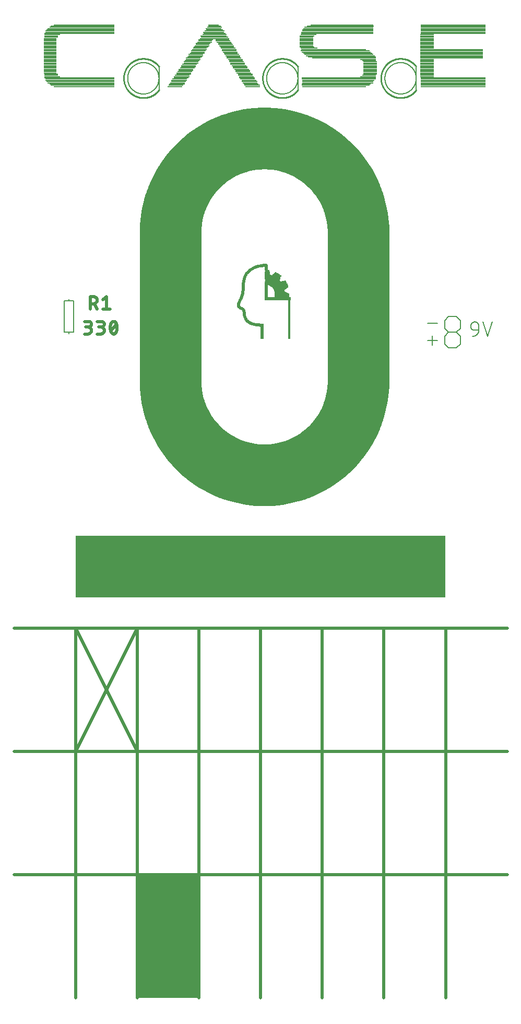
<source format=gbr>
G04 EAGLE Gerber RS-274X export*
G75*
%MOMM*%
%FSLAX34Y34*%
%LPD*%
%INSilkscreen Top*%
%IPPOS*%
%AMOC8*
5,1,8,0,0,1.08239X$1,22.5*%
G01*
%ADD10C,0.500000*%
%ADD11C,10.000000*%
%ADD12R,60.000000X10.000000*%
%ADD13R,0.450000X0.050000*%
%ADD14R,0.400000X0.050000*%
%ADD15R,0.600000X0.050000*%
%ADD16R,1.100000X0.050000*%
%ADD17R,1.400000X0.050000*%
%ADD18R,1.650000X0.050000*%
%ADD19R,1.800000X0.050000*%
%ADD20R,2.000000X0.050000*%
%ADD21R,2.150000X0.050000*%
%ADD22R,2.250000X0.050000*%
%ADD23R,2.350000X0.050000*%
%ADD24R,1.850000X0.050000*%
%ADD25R,1.500000X0.050000*%
%ADD26R,1.250000X0.050000*%
%ADD27R,1.000000X0.050000*%
%ADD28R,0.900000X0.050000*%
%ADD29R,0.850000X0.050000*%
%ADD30R,0.800000X0.050000*%
%ADD31R,0.700000X0.050000*%
%ADD32R,0.650000X0.050000*%
%ADD33R,0.550000X0.050000*%
%ADD34R,0.500000X0.050000*%
%ADD35R,4.200000X0.050000*%
%ADD36R,2.450000X0.050000*%
%ADD37R,2.400000X0.050000*%
%ADD38R,2.300000X0.050000*%
%ADD39R,1.950000X0.050000*%
%ADD40R,1.700000X0.050000*%
%ADD41R,1.600000X0.050000*%
%ADD42R,1.750000X0.050000*%
%ADD43R,1.900000X0.050000*%
%ADD44R,2.050000X0.050000*%
%ADD45R,2.200000X0.050000*%
%ADD46R,2.500000X0.050000*%
%ADD47R,2.600000X0.050000*%
%ADD48R,2.650000X0.050000*%
%ADD49R,2.700000X0.050000*%
%ADD50R,2.800000X0.050000*%
%ADD51R,2.900000X0.050000*%
%ADD52R,3.000000X0.050000*%
%ADD53R,3.050000X0.050000*%
%ADD54R,3.700000X0.050000*%
%ADD55R,3.650000X0.050000*%
%ADD56R,3.600000X0.050000*%
%ADD57R,3.550000X0.050000*%
%ADD58R,3.500000X0.050000*%
%ADD59R,3.450000X0.050000*%
%ADD60R,2.550000X0.050000*%
%ADD61R,0.350000X0.050000*%
%ADD62R,0.100000X0.050000*%
%ADD63R,0.950000X0.050000*%
%ADD64R,1.150000X0.050000*%
%ADD65R,0.200000X0.050000*%
%ADD66R,0.050000X0.050000*%
%ADD67R,0.750000X0.050000*%
%ADD68R,1.050000X0.050000*%
%ADD69R,9.800000X0.200000*%
%ADD70R,2.400000X0.200000*%
%ADD71R,10.400000X0.200000*%
%ADD72R,10.600000X0.200000*%
%ADD73R,2.600000X0.200000*%
%ADD74R,11.000000X0.200000*%
%ADD75R,11.200000X0.200000*%
%ADD76R,10.800000X0.200000*%
%ADD77R,11.600000X0.200000*%
%ADD78R,11.800000X0.200000*%
%ADD79R,12.000000X0.200000*%
%ADD80R,11.400000X0.200000*%
%ADD81R,2.200000X0.200000*%
%ADD82R,2.000000X0.200000*%
%ADD83R,10.200000X0.200000*%
%ADD84R,2.800000X0.200000*%
%ADD85R,4.800000X0.200000*%
%ADD86R,4.400000X0.200000*%
%ADD87R,4.200000X0.200000*%
%ADD88R,4.000000X0.200000*%
%ADD89R,3.600000X0.200000*%
%ADD90R,3.400000X0.200000*%
%ADD91R,3.200000X0.200000*%
%ADD92R,1.800000X0.200000*%
%ADD93R,10.000000X20.000000*%
%ADD94C,0.203200*%
%ADD95C,0.152400*%
%ADD96C,0.254000*%
%ADD97C,0.508000*%


D10*
X0Y600000D02*
X100000Y600000D01*
X200000Y600000D01*
X300000Y600000D01*
X400000Y600000D01*
X500000Y600000D01*
X600000Y600000D01*
X700000Y600000D01*
X800000Y600000D01*
D11*
X558800Y1241300D02*
X558755Y1245011D01*
X558619Y1248720D01*
X558393Y1252424D01*
X558077Y1256122D01*
X557672Y1259811D01*
X557176Y1263490D01*
X556591Y1267155D01*
X555917Y1270804D01*
X555154Y1274436D01*
X554303Y1278049D01*
X553364Y1281640D01*
X552338Y1285206D01*
X551226Y1288747D01*
X550028Y1292260D01*
X548744Y1295742D01*
X547376Y1299192D01*
X545925Y1302608D01*
X544390Y1305987D01*
X542774Y1309328D01*
X541077Y1312629D01*
X539300Y1315887D01*
X537445Y1319101D01*
X535511Y1322269D01*
X533501Y1325389D01*
X531416Y1328460D01*
X529256Y1331478D01*
X527024Y1334443D01*
X524720Y1337353D01*
X522346Y1340205D01*
X519903Y1342999D01*
X517393Y1345733D01*
X514817Y1348405D01*
X512177Y1351013D01*
X509474Y1353557D01*
X506710Y1356033D01*
X503886Y1358442D01*
X501005Y1360781D01*
X498067Y1363049D01*
X495075Y1365245D01*
X492031Y1367368D01*
X488936Y1369416D01*
X485791Y1371388D01*
X482600Y1373282D01*
X479364Y1375099D01*
X476084Y1376836D01*
X472763Y1378492D01*
X469402Y1380068D01*
X466004Y1381561D01*
X462571Y1382971D01*
X459105Y1384296D01*
X455607Y1385537D01*
X452080Y1386693D01*
X448526Y1387762D01*
X444947Y1388745D01*
X441345Y1389639D01*
X437723Y1390446D01*
X434081Y1391165D01*
X430424Y1391795D01*
X426752Y1392335D01*
X423068Y1392786D01*
X419374Y1393147D01*
X415673Y1393418D01*
X411966Y1393598D01*
X408256Y1393689D01*
X404544Y1393689D01*
X400834Y1393598D01*
X397127Y1393418D01*
X393426Y1393147D01*
X389732Y1392786D01*
X386048Y1392335D01*
X382376Y1391795D01*
X378719Y1391165D01*
X375077Y1390446D01*
X371455Y1389639D01*
X367853Y1388745D01*
X364274Y1387762D01*
X360720Y1386693D01*
X357193Y1385537D01*
X353695Y1384296D01*
X350229Y1382971D01*
X346796Y1381561D01*
X343398Y1380068D01*
X340037Y1378492D01*
X336716Y1376836D01*
X333436Y1375099D01*
X330200Y1373282D01*
X327009Y1371388D01*
X323864Y1369416D01*
X320769Y1367368D01*
X317725Y1365245D01*
X314733Y1363049D01*
X311795Y1360781D01*
X308914Y1358442D01*
X306090Y1356033D01*
X303326Y1353557D01*
X300623Y1351013D01*
X297983Y1348405D01*
X295407Y1345733D01*
X292897Y1342999D01*
X290454Y1340205D01*
X288080Y1337353D01*
X285776Y1334443D01*
X283544Y1331478D01*
X281384Y1328460D01*
X279299Y1325389D01*
X277289Y1322269D01*
X275355Y1319101D01*
X273500Y1315887D01*
X271723Y1312629D01*
X270026Y1309328D01*
X268410Y1305987D01*
X266875Y1302608D01*
X265424Y1299192D01*
X264056Y1295742D01*
X262772Y1292260D01*
X261574Y1288747D01*
X260462Y1285206D01*
X259436Y1281640D01*
X258497Y1278049D01*
X257646Y1274436D01*
X256883Y1270804D01*
X256209Y1267155D01*
X255624Y1263490D01*
X255128Y1259811D01*
X254723Y1256122D01*
X254407Y1252424D01*
X254181Y1248720D01*
X254045Y1245011D01*
X254000Y1241300D01*
X254000Y1000000D02*
X254045Y996289D01*
X254181Y992580D01*
X254407Y988876D01*
X254723Y985178D01*
X255128Y981489D01*
X255624Y977810D01*
X256209Y974145D01*
X256883Y970496D01*
X257646Y966864D01*
X258497Y963251D01*
X259436Y959660D01*
X260462Y956094D01*
X261574Y952553D01*
X262772Y949040D01*
X264056Y945558D01*
X265424Y942108D01*
X266875Y938692D01*
X268410Y935313D01*
X270026Y931972D01*
X271723Y928671D01*
X273500Y925413D01*
X275355Y922199D01*
X277289Y919031D01*
X279299Y915911D01*
X281384Y912840D01*
X283544Y909822D01*
X285776Y906857D01*
X288080Y903947D01*
X290454Y901095D01*
X292897Y898301D01*
X295407Y895567D01*
X297983Y892895D01*
X300623Y890287D01*
X303326Y887743D01*
X306090Y885267D01*
X308914Y882858D01*
X311795Y880519D01*
X314733Y878251D01*
X317725Y876055D01*
X320769Y873932D01*
X323864Y871884D01*
X327009Y869912D01*
X330200Y868018D01*
X333436Y866201D01*
X336716Y864464D01*
X340037Y862808D01*
X343398Y861232D01*
X346796Y859739D01*
X350229Y858329D01*
X353695Y857004D01*
X357193Y855763D01*
X360720Y854607D01*
X364274Y853538D01*
X367853Y852555D01*
X371455Y851661D01*
X375077Y850854D01*
X378719Y850135D01*
X382376Y849505D01*
X386048Y848965D01*
X389732Y848514D01*
X393426Y848153D01*
X397127Y847882D01*
X400834Y847702D01*
X404544Y847611D01*
X408256Y847611D01*
X411966Y847702D01*
X415673Y847882D01*
X419374Y848153D01*
X423068Y848514D01*
X426752Y848965D01*
X430424Y849505D01*
X434081Y850135D01*
X437723Y850854D01*
X441345Y851661D01*
X444947Y852555D01*
X448526Y853538D01*
X452080Y854607D01*
X455607Y855763D01*
X459105Y857004D01*
X462571Y858329D01*
X466004Y859739D01*
X469402Y861232D01*
X472763Y862808D01*
X476084Y864464D01*
X479364Y866201D01*
X482600Y868018D01*
X485791Y869912D01*
X488936Y871884D01*
X492031Y873932D01*
X495075Y876055D01*
X498067Y878251D01*
X501005Y880519D01*
X503886Y882858D01*
X506710Y885267D01*
X509474Y887743D01*
X512177Y890287D01*
X514817Y892895D01*
X517393Y895567D01*
X519903Y898301D01*
X522346Y901095D01*
X524720Y903947D01*
X527024Y906857D01*
X529256Y909822D01*
X531416Y912840D01*
X533501Y915911D01*
X535511Y919031D01*
X537445Y922199D01*
X539300Y925413D01*
X541077Y928671D01*
X542774Y931972D01*
X544390Y935313D01*
X545925Y938692D01*
X547376Y942108D01*
X548744Y945558D01*
X550028Y949040D01*
X551226Y952553D01*
X552338Y956094D01*
X553364Y959660D01*
X554303Y963251D01*
X555154Y966864D01*
X555917Y970496D01*
X556591Y974145D01*
X557176Y977810D01*
X557672Y981489D01*
X558077Y985178D01*
X558393Y988876D01*
X558619Y992580D01*
X558755Y996289D01*
X558800Y1000000D01*
X254000Y1241300D02*
X254000Y1244600D01*
X254000Y1241300D02*
X254000Y1003300D01*
X558800Y1241300D02*
X558800Y1244600D01*
X558800Y1241300D02*
X558800Y1003300D01*
D12*
X400000Y700000D03*
D10*
X100000Y600000D02*
X100000Y400000D01*
X100000Y0D01*
X200000Y400000D02*
X200000Y600000D01*
X200000Y400000D02*
X200000Y0D01*
X300000Y0D02*
X300000Y600000D01*
X400000Y600000D02*
X400000Y0D01*
X500000Y0D02*
X500000Y600000D01*
X600000Y600000D02*
X600000Y0D01*
X700000Y0D02*
X700000Y600000D01*
X100000Y400000D02*
X0Y400000D01*
X100000Y400000D02*
X200000Y400000D01*
X800000Y400000D01*
X800000Y200000D02*
X0Y200000D01*
D13*
X402500Y1069000D03*
D14*
X446750Y1069000D03*
D13*
X402500Y1069500D03*
D14*
X446750Y1069500D03*
D13*
X402500Y1070000D03*
D14*
X446750Y1070000D03*
D13*
X402500Y1070500D03*
D14*
X446750Y1070500D03*
D13*
X402500Y1071000D03*
D14*
X446750Y1071000D03*
D13*
X402500Y1071500D03*
D14*
X446750Y1071500D03*
D13*
X402500Y1072000D03*
D14*
X446750Y1072000D03*
D13*
X402500Y1072500D03*
D14*
X446750Y1072500D03*
D13*
X402500Y1073000D03*
D14*
X446750Y1073000D03*
D13*
X402500Y1073500D03*
D14*
X446750Y1073500D03*
D13*
X402500Y1074000D03*
D14*
X446750Y1074000D03*
D13*
X402500Y1074500D03*
D14*
X446750Y1074500D03*
D13*
X402500Y1075000D03*
D14*
X446750Y1075000D03*
D13*
X402500Y1075500D03*
D14*
X446750Y1075500D03*
D13*
X402500Y1076000D03*
D14*
X446750Y1076000D03*
D13*
X402500Y1076500D03*
D14*
X446750Y1076500D03*
D13*
X402500Y1077000D03*
D14*
X446750Y1077000D03*
D13*
X402500Y1077500D03*
D14*
X446750Y1077500D03*
D13*
X402500Y1078000D03*
D14*
X446750Y1078000D03*
D13*
X402500Y1078500D03*
D14*
X446750Y1078500D03*
D13*
X402500Y1079000D03*
D14*
X446750Y1079000D03*
D13*
X402500Y1079500D03*
D14*
X446750Y1079500D03*
D13*
X402500Y1080000D03*
D14*
X446750Y1080000D03*
D13*
X402500Y1080500D03*
D14*
X446750Y1080500D03*
D13*
X402500Y1081000D03*
D14*
X446750Y1081000D03*
D13*
X402500Y1081500D03*
D14*
X446750Y1081500D03*
D13*
X402500Y1082000D03*
D14*
X446750Y1082000D03*
D13*
X402500Y1082500D03*
D14*
X446750Y1082500D03*
D13*
X402500Y1083000D03*
D14*
X446750Y1083000D03*
D13*
X402500Y1083500D03*
D14*
X446750Y1083500D03*
D13*
X402500Y1084000D03*
D14*
X446750Y1084000D03*
D13*
X402500Y1084500D03*
D14*
X446750Y1084500D03*
D13*
X402500Y1085000D03*
D14*
X446750Y1085000D03*
D13*
X402500Y1085500D03*
D14*
X446750Y1085500D03*
D13*
X402500Y1086000D03*
D14*
X446750Y1086000D03*
D13*
X402500Y1086500D03*
D14*
X446750Y1086500D03*
D13*
X402500Y1087000D03*
D14*
X446750Y1087000D03*
D13*
X402500Y1087500D03*
D14*
X446750Y1087500D03*
D13*
X402500Y1088000D03*
D14*
X446750Y1088000D03*
D15*
X401750Y1088500D03*
D14*
X446750Y1088500D03*
D16*
X399250Y1089000D03*
D14*
X446750Y1089000D03*
D17*
X397750Y1089500D03*
D14*
X446750Y1089500D03*
D18*
X396500Y1090000D03*
D14*
X446750Y1090000D03*
D19*
X395750Y1090500D03*
D14*
X446750Y1090500D03*
D20*
X394750Y1091000D03*
D14*
X446750Y1091000D03*
D21*
X394000Y1091500D03*
D14*
X446750Y1091500D03*
D22*
X393500Y1092000D03*
D14*
X446750Y1092000D03*
D23*
X393000Y1092500D03*
D14*
X446750Y1092500D03*
D24*
X389500Y1093000D03*
D14*
X446750Y1093000D03*
D25*
X386750Y1093500D03*
D14*
X446750Y1093500D03*
D26*
X385000Y1094000D03*
D14*
X446750Y1094000D03*
D16*
X383750Y1094500D03*
D14*
X446750Y1094500D03*
D27*
X382250Y1095000D03*
D14*
X446750Y1095000D03*
D28*
X381250Y1095500D03*
D14*
X446750Y1095500D03*
D29*
X380500Y1096000D03*
D14*
X446750Y1096000D03*
D30*
X379750Y1096500D03*
D14*
X446750Y1096500D03*
D31*
X379250Y1097000D03*
D14*
X446750Y1097000D03*
D32*
X378500Y1097500D03*
D14*
X446750Y1097500D03*
D32*
X378000Y1098000D03*
D14*
X446750Y1098000D03*
D32*
X377500Y1098500D03*
D14*
X446750Y1098500D03*
D33*
X377000Y1099000D03*
D14*
X446750Y1099000D03*
D15*
X376750Y1099500D03*
D14*
X446750Y1099500D03*
D33*
X376500Y1100000D03*
D14*
X446750Y1100000D03*
D33*
X376000Y1100500D03*
D14*
X446750Y1100500D03*
D34*
X375750Y1101000D03*
D14*
X446750Y1101000D03*
D34*
X375750Y1101500D03*
D14*
X446750Y1101500D03*
D34*
X375250Y1102000D03*
D14*
X446750Y1102000D03*
D34*
X375250Y1102500D03*
D14*
X446750Y1102500D03*
D13*
X375000Y1103000D03*
D14*
X446750Y1103000D03*
D34*
X374750Y1103500D03*
D14*
X446750Y1103500D03*
D34*
X374750Y1104000D03*
D14*
X446750Y1104000D03*
D13*
X374500Y1104500D03*
D14*
X446750Y1104500D03*
D13*
X374500Y1105000D03*
D14*
X446750Y1105000D03*
D34*
X374250Y1105500D03*
D14*
X446750Y1105500D03*
D13*
X374000Y1106000D03*
D14*
X446750Y1106000D03*
D13*
X374000Y1106500D03*
D14*
X446750Y1106500D03*
D13*
X374000Y1107000D03*
D14*
X446750Y1107000D03*
D13*
X374000Y1107500D03*
D14*
X446750Y1107500D03*
D13*
X374000Y1108000D03*
D14*
X446750Y1108000D03*
D34*
X373750Y1108500D03*
D14*
X446750Y1108500D03*
D13*
X373500Y1109000D03*
D14*
X446750Y1109000D03*
D13*
X373500Y1109500D03*
D14*
X446750Y1109500D03*
D13*
X373500Y1110000D03*
D14*
X446750Y1110000D03*
D13*
X373500Y1110500D03*
D14*
X446750Y1110500D03*
D13*
X373500Y1111000D03*
D14*
X446750Y1111000D03*
D13*
X373500Y1111500D03*
D14*
X446750Y1111500D03*
D34*
X373250Y1112000D03*
D14*
X446750Y1112000D03*
D13*
X373000Y1112500D03*
D14*
X446750Y1112500D03*
D13*
X373000Y1113000D03*
D14*
X446750Y1113000D03*
D13*
X373000Y1113500D03*
D14*
X446750Y1113500D03*
D34*
X372750Y1114000D03*
D14*
X446750Y1114000D03*
D33*
X372500Y1114500D03*
D14*
X446750Y1114500D03*
D33*
X372000Y1115000D03*
D14*
X446750Y1115000D03*
D32*
X371500Y1115500D03*
D14*
X446750Y1115500D03*
D31*
X370750Y1116000D03*
D14*
X446750Y1116000D03*
D30*
X370250Y1116500D03*
D14*
X446750Y1116500D03*
D29*
X369500Y1117000D03*
D14*
X446750Y1117000D03*
D29*
X369000Y1117500D03*
D14*
X446750Y1117500D03*
D29*
X368500Y1118000D03*
D14*
X446750Y1118000D03*
D29*
X368000Y1118500D03*
D14*
X446750Y1118500D03*
D30*
X367250Y1119000D03*
D14*
X446750Y1119000D03*
D30*
X366750Y1119500D03*
D14*
X446750Y1119500D03*
D31*
X366250Y1120000D03*
D14*
X446750Y1120000D03*
D32*
X365500Y1120500D03*
D14*
X446750Y1120500D03*
D33*
X365000Y1121000D03*
D14*
X446750Y1121000D03*
D33*
X364500Y1121500D03*
D14*
X446750Y1121500D03*
D34*
X364250Y1122000D03*
D14*
X446750Y1122000D03*
D13*
X364000Y1122500D03*
D14*
X446750Y1122500D03*
D13*
X364000Y1123000D03*
D14*
X446750Y1123000D03*
D13*
X364000Y1123500D03*
D14*
X446750Y1123500D03*
D13*
X364000Y1124000D03*
D14*
X446750Y1124000D03*
D13*
X364000Y1124500D03*
D14*
X446750Y1124500D03*
D13*
X364000Y1125000D03*
D14*
X446750Y1125000D03*
D34*
X364250Y1125500D03*
D14*
X446750Y1125500D03*
D34*
X364250Y1126000D03*
D14*
X446750Y1126000D03*
D34*
X364750Y1126500D03*
D14*
X446750Y1126500D03*
D34*
X364750Y1127000D03*
D14*
X446750Y1127000D03*
D34*
X365250Y1127500D03*
D14*
X446750Y1127500D03*
D34*
X365250Y1128000D03*
D14*
X446750Y1128000D03*
D34*
X365750Y1128500D03*
D14*
X446750Y1128500D03*
D34*
X365750Y1129000D03*
D14*
X446750Y1129000D03*
D33*
X366000Y1129500D03*
D14*
X446750Y1129500D03*
D34*
X366250Y1130000D03*
D14*
X446750Y1130000D03*
D34*
X366750Y1130500D03*
D14*
X446750Y1130500D03*
D34*
X366750Y1131000D03*
D14*
X446750Y1131000D03*
D34*
X367250Y1131500D03*
D35*
X427750Y1131500D03*
D34*
X367250Y1132000D03*
D35*
X427750Y1132000D03*
D34*
X367750Y1132500D03*
D35*
X427750Y1132500D03*
D34*
X367750Y1133000D03*
D35*
X427750Y1133000D03*
D34*
X368250Y1133500D03*
D35*
X427750Y1133500D03*
D34*
X368250Y1134000D03*
D35*
X427750Y1134000D03*
D34*
X368750Y1134500D03*
D35*
X427750Y1134500D03*
D34*
X368750Y1135000D03*
D35*
X427750Y1135000D03*
D34*
X368750Y1135500D03*
D35*
X427750Y1135500D03*
D34*
X369250Y1136000D03*
D13*
X409000Y1136000D03*
D36*
X434000Y1136000D03*
D34*
X369250Y1136500D03*
D13*
X409000Y1136500D03*
D37*
X434250Y1136500D03*
D34*
X369750Y1137000D03*
D13*
X409000Y1137000D03*
D37*
X434250Y1137000D03*
D34*
X369750Y1137500D03*
D13*
X409000Y1137500D03*
D37*
X434250Y1137500D03*
D34*
X369750Y1138000D03*
D13*
X409000Y1138000D03*
D23*
X434500Y1138000D03*
D13*
X370000Y1138500D03*
X409000Y1138500D03*
D23*
X434500Y1138500D03*
D34*
X370250Y1139000D03*
D13*
X409000Y1139000D03*
D23*
X434500Y1139000D03*
D13*
X370500Y1139500D03*
X409000Y1139500D03*
D23*
X434500Y1139500D03*
D13*
X370500Y1140000D03*
X409000Y1140000D03*
D23*
X434500Y1140000D03*
D13*
X370500Y1140500D03*
X409000Y1140500D03*
D38*
X434750Y1140500D03*
D34*
X370750Y1141000D03*
D13*
X409000Y1141000D03*
D38*
X434750Y1141000D03*
D34*
X370750Y1141500D03*
D13*
X409000Y1141500D03*
D38*
X434750Y1141500D03*
D13*
X371000Y1142000D03*
X409000Y1142000D03*
D22*
X434500Y1142000D03*
D13*
X371000Y1142500D03*
X409000Y1142500D03*
D21*
X434000Y1142500D03*
D13*
X371000Y1143000D03*
X409000Y1143000D03*
D20*
X433250Y1143000D03*
D13*
X371000Y1143500D03*
X409000Y1143500D03*
D39*
X432500Y1143500D03*
D13*
X371000Y1144000D03*
X409000Y1144000D03*
D19*
X431750Y1144000D03*
D13*
X371000Y1144500D03*
X409000Y1144500D03*
D40*
X431250Y1144500D03*
D13*
X371000Y1145000D03*
X409000Y1145000D03*
D18*
X431000Y1145000D03*
D13*
X371000Y1145500D03*
X409000Y1145500D03*
D41*
X430750Y1145500D03*
D34*
X371250Y1146000D03*
D13*
X409000Y1146000D03*
D18*
X430500Y1146000D03*
D13*
X371500Y1146500D03*
X409000Y1146500D03*
D18*
X430500Y1146500D03*
D13*
X371500Y1147000D03*
X409000Y1147000D03*
D18*
X430500Y1147000D03*
D13*
X371500Y1147500D03*
X409000Y1147500D03*
D42*
X430500Y1147500D03*
D13*
X371500Y1148000D03*
X409000Y1148000D03*
D19*
X430750Y1148000D03*
D13*
X371500Y1148500D03*
X409000Y1148500D03*
D43*
X430750Y1148500D03*
D13*
X371500Y1149000D03*
X409000Y1149000D03*
D39*
X431000Y1149000D03*
D13*
X371500Y1149500D03*
X409000Y1149500D03*
D44*
X431000Y1149500D03*
D13*
X371500Y1150000D03*
X409000Y1150000D03*
D45*
X431250Y1150000D03*
D13*
X371500Y1150500D03*
X409000Y1150500D03*
D22*
X431500Y1150500D03*
D13*
X371500Y1151000D03*
X409000Y1151000D03*
D23*
X431500Y1151000D03*
D13*
X371500Y1151500D03*
X409000Y1151500D03*
D46*
X431750Y1151500D03*
D13*
X371500Y1152000D03*
X409000Y1152000D03*
D47*
X431750Y1152000D03*
D13*
X371500Y1152500D03*
X409000Y1152500D03*
D48*
X431500Y1152500D03*
D13*
X371500Y1153000D03*
X409000Y1153000D03*
D49*
X431250Y1153000D03*
D13*
X371500Y1153500D03*
X409000Y1153500D03*
D50*
X430750Y1153500D03*
D34*
X371750Y1154000D03*
D13*
X409000Y1154000D03*
D50*
X430250Y1154000D03*
D13*
X372000Y1154500D03*
X409000Y1154500D03*
D51*
X429750Y1154500D03*
D13*
X372000Y1155000D03*
X409000Y1155000D03*
D52*
X429250Y1155000D03*
D13*
X372000Y1155500D03*
X409000Y1155500D03*
D53*
X428500Y1155500D03*
D13*
X372000Y1156000D03*
D54*
X425250Y1156000D03*
D13*
X372000Y1156500D03*
D54*
X425250Y1156500D03*
D13*
X372000Y1157000D03*
D55*
X425000Y1157000D03*
D13*
X372000Y1157500D03*
D55*
X425000Y1157500D03*
D13*
X372000Y1158000D03*
D56*
X424750Y1158000D03*
D13*
X372000Y1158500D03*
D56*
X424750Y1158500D03*
D13*
X372000Y1159000D03*
D57*
X424500Y1159000D03*
D34*
X372250Y1159500D03*
D57*
X424500Y1159500D03*
D13*
X372500Y1160000D03*
D58*
X424250Y1160000D03*
D13*
X372500Y1160500D03*
D58*
X424250Y1160500D03*
D13*
X372500Y1161000D03*
D59*
X424000Y1161000D03*
D13*
X372500Y1161500D03*
D60*
X419500Y1161500D03*
D15*
X438250Y1161500D03*
D13*
X372500Y1162000D03*
D46*
X419250Y1162000D03*
D61*
X439000Y1162000D03*
D34*
X372750Y1162500D03*
D36*
X419000Y1162500D03*
D62*
X439750Y1162500D03*
D13*
X373000Y1163000D03*
D36*
X419000Y1163000D03*
D13*
X373000Y1163500D03*
D36*
X419000Y1163500D03*
D13*
X373000Y1164000D03*
D36*
X419000Y1164000D03*
D34*
X373250Y1164500D03*
D36*
X419000Y1164500D03*
D34*
X373250Y1165000D03*
D36*
X419000Y1165000D03*
D13*
X373500Y1165500D03*
D46*
X419250Y1165500D03*
D34*
X373750Y1166000D03*
D46*
X419250Y1166000D03*
D34*
X373750Y1166500D03*
D46*
X419250Y1166500D03*
D13*
X374000Y1167000D03*
D60*
X419500Y1167000D03*
D34*
X374250Y1167500D03*
D60*
X419500Y1167500D03*
D34*
X374250Y1168000D03*
D47*
X419750Y1168000D03*
D34*
X374250Y1168500D03*
D47*
X419750Y1168500D03*
D34*
X374750Y1169000D03*
D47*
X419750Y1169000D03*
D34*
X374750Y1169500D03*
D48*
X420000Y1169500D03*
D34*
X375250Y1170000D03*
D48*
X420000Y1170000D03*
D34*
X375250Y1170500D03*
D48*
X420000Y1170500D03*
D33*
X375500Y1171000D03*
D48*
X420000Y1171000D03*
D34*
X375750Y1171500D03*
D27*
X411750Y1171500D03*
D17*
X425250Y1171500D03*
D33*
X376000Y1172000D03*
D63*
X411500Y1172000D03*
D26*
X425500Y1172000D03*
D33*
X376500Y1172500D03*
D28*
X411250Y1172500D03*
D64*
X425500Y1172500D03*
D33*
X376500Y1173000D03*
D28*
X411250Y1173000D03*
D27*
X425250Y1173000D03*
D33*
X377000Y1173500D03*
D29*
X411000Y1173500D03*
D28*
X425250Y1173500D03*
D33*
X377500Y1174000D03*
D29*
X411000Y1174000D03*
D30*
X425250Y1174000D03*
D15*
X377750Y1174500D03*
D29*
X411000Y1174500D03*
D32*
X425000Y1174500D03*
D15*
X378250Y1175000D03*
D29*
X411000Y1175000D03*
D34*
X424750Y1175000D03*
D15*
X378750Y1175500D03*
D30*
X410750Y1175500D03*
D61*
X424500Y1175500D03*
D32*
X379000Y1176000D03*
D30*
X410750Y1176000D03*
D65*
X424250Y1176000D03*
D32*
X379500Y1176500D03*
D30*
X410750Y1176500D03*
D66*
X424000Y1176500D03*
D32*
X380000Y1177000D03*
D30*
X410750Y1177000D03*
D32*
X380500Y1177500D03*
D30*
X410750Y1177500D03*
D32*
X381000Y1178000D03*
D67*
X410500Y1178000D03*
D31*
X381750Y1178500D03*
D67*
X410500Y1178500D03*
D31*
X382250Y1179000D03*
D67*
X410500Y1179000D03*
X383000Y1179500D03*
X410500Y1179500D03*
X383500Y1180000D03*
D13*
X409000Y1180000D03*
D30*
X384250Y1180500D03*
D13*
X409000Y1180500D03*
D29*
X385000Y1181000D03*
D13*
X409000Y1181000D03*
D29*
X385500Y1181500D03*
D13*
X409000Y1181500D03*
D28*
X386750Y1182000D03*
D13*
X409000Y1182000D03*
D63*
X387500Y1182500D03*
D13*
X409000Y1182500D03*
D68*
X388500Y1183000D03*
D13*
X409000Y1183000D03*
D16*
X389750Y1183500D03*
D13*
X409000Y1183500D03*
D26*
X391000Y1184000D03*
D13*
X409000Y1184000D03*
D17*
X392750Y1184500D03*
D13*
X409000Y1184500D03*
D40*
X395250Y1185000D03*
D13*
X409000Y1185000D03*
D23*
X399500Y1185500D03*
D22*
X400000Y1186000D03*
D21*
X400500Y1186500D03*
D20*
X401250Y1187000D03*
D24*
X402000Y1187500D03*
D40*
X402750Y1188000D03*
D25*
X403750Y1188500D03*
D26*
X405000Y1189000D03*
D15*
X406750Y1189500D03*
D69*
X114000Y1478000D03*
D70*
X261000Y1478000D03*
X387000Y1478000D03*
D71*
X519000Y1478000D03*
D72*
X712000Y1478000D03*
D71*
X111000Y1480000D03*
D70*
X263000Y1480000D03*
D73*
X386000Y1480000D03*
D74*
X522000Y1480000D03*
D72*
X712000Y1480000D03*
X110000Y1482000D03*
D73*
X264000Y1482000D03*
D70*
X385000Y1482000D03*
D75*
X523000Y1482000D03*
D72*
X712000Y1482000D03*
D76*
X109000Y1484000D03*
D70*
X265000Y1484000D03*
X383000Y1484000D03*
D77*
X525000Y1484000D03*
D72*
X712000Y1484000D03*
D74*
X108000Y1486000D03*
D70*
X267000Y1486000D03*
D73*
X382000Y1486000D03*
D77*
X525000Y1486000D03*
D72*
X712000Y1486000D03*
D75*
X107000Y1488000D03*
D73*
X268000Y1488000D03*
D70*
X381000Y1488000D03*
D78*
X526000Y1488000D03*
D72*
X712000Y1488000D03*
D75*
X107000Y1490000D03*
D70*
X269000Y1490000D03*
X379000Y1490000D03*
D79*
X527000Y1490000D03*
D72*
X712000Y1490000D03*
D80*
X106000Y1492000D03*
D70*
X271000Y1492000D03*
D73*
X378000Y1492000D03*
D79*
X527000Y1492000D03*
D72*
X712000Y1492000D03*
D73*
X62000Y1494000D03*
X272000Y1494000D03*
D70*
X377000Y1494000D03*
D73*
X574000Y1494000D03*
D81*
X670000Y1494000D03*
X60000Y1496000D03*
D70*
X273000Y1496000D03*
X375000Y1496000D03*
D81*
X576000Y1496000D03*
X670000Y1496000D03*
X60000Y1498000D03*
D70*
X275000Y1498000D03*
X375000Y1498000D03*
D81*
X578000Y1498000D03*
X670000Y1498000D03*
D82*
X59000Y1500000D03*
D70*
X275000Y1500000D03*
X373000Y1500000D03*
D81*
X578000Y1500000D03*
X670000Y1500000D03*
D82*
X59000Y1502000D03*
D70*
X277000Y1502000D03*
X371000Y1502000D03*
D81*
X578000Y1502000D03*
X670000Y1502000D03*
D82*
X59000Y1504000D03*
D70*
X279000Y1504000D03*
X371000Y1504000D03*
D81*
X578000Y1504000D03*
X670000Y1504000D03*
D82*
X59000Y1506000D03*
D70*
X279000Y1506000D03*
X369000Y1506000D03*
D81*
X578000Y1506000D03*
X670000Y1506000D03*
D82*
X59000Y1508000D03*
D70*
X281000Y1508000D03*
X367000Y1508000D03*
D81*
X578000Y1508000D03*
X670000Y1508000D03*
D82*
X59000Y1510000D03*
D70*
X283000Y1510000D03*
X367000Y1510000D03*
D81*
X578000Y1510000D03*
X670000Y1510000D03*
D82*
X59000Y1512000D03*
D70*
X283000Y1512000D03*
X365000Y1512000D03*
D81*
X578000Y1512000D03*
X670000Y1512000D03*
D82*
X59000Y1514000D03*
D70*
X285000Y1514000D03*
X363000Y1514000D03*
D81*
X578000Y1514000D03*
X670000Y1514000D03*
D82*
X59000Y1516000D03*
D70*
X287000Y1516000D03*
X363000Y1516000D03*
D81*
X578000Y1516000D03*
X670000Y1516000D03*
D82*
X59000Y1518000D03*
D70*
X287000Y1518000D03*
X361000Y1518000D03*
D81*
X578000Y1518000D03*
X670000Y1518000D03*
D82*
X59000Y1520000D03*
D70*
X289000Y1520000D03*
D81*
X360000Y1520000D03*
X576000Y1520000D03*
X670000Y1520000D03*
D82*
X59000Y1522000D03*
D70*
X291000Y1522000D03*
X359000Y1522000D03*
D73*
X574000Y1522000D03*
D81*
X670000Y1522000D03*
D82*
X59000Y1524000D03*
D70*
X291000Y1524000D03*
X357000Y1524000D03*
D71*
X535000Y1524000D03*
D83*
X710000Y1524000D03*
D82*
X59000Y1526000D03*
D70*
X293000Y1526000D03*
D81*
X356000Y1526000D03*
D74*
X532000Y1526000D03*
D83*
X710000Y1526000D03*
D82*
X59000Y1528000D03*
D70*
X295000Y1528000D03*
X355000Y1528000D03*
D75*
X529000Y1528000D03*
D83*
X710000Y1528000D03*
D82*
X59000Y1530000D03*
D70*
X295000Y1530000D03*
X353000Y1530000D03*
D75*
X527000Y1530000D03*
D83*
X710000Y1530000D03*
D82*
X59000Y1532000D03*
D70*
X297000Y1532000D03*
D81*
X352000Y1532000D03*
D75*
X525000Y1532000D03*
D83*
X710000Y1532000D03*
D82*
X59000Y1534000D03*
D81*
X298000Y1534000D03*
D70*
X351000Y1534000D03*
D75*
X523000Y1534000D03*
D83*
X710000Y1534000D03*
D82*
X59000Y1536000D03*
D70*
X299000Y1536000D03*
X349000Y1536000D03*
D75*
X521000Y1536000D03*
D83*
X710000Y1536000D03*
D82*
X59000Y1538000D03*
D70*
X301000Y1538000D03*
X349000Y1538000D03*
D72*
X518000Y1538000D03*
D83*
X710000Y1538000D03*
D82*
X59000Y1540000D03*
D81*
X302000Y1540000D03*
D70*
X347000Y1540000D03*
D84*
X479000Y1540000D03*
D81*
X670000Y1540000D03*
D82*
X59000Y1542000D03*
D70*
X303000Y1542000D03*
D81*
X346000Y1542000D03*
D70*
X475000Y1542000D03*
D81*
X670000Y1542000D03*
D82*
X59000Y1544000D03*
D70*
X305000Y1544000D03*
X345000Y1544000D03*
D81*
X474000Y1544000D03*
X670000Y1544000D03*
D82*
X59000Y1546000D03*
D81*
X306000Y1546000D03*
D70*
X343000Y1546000D03*
D81*
X474000Y1546000D03*
X670000Y1546000D03*
D82*
X59000Y1548000D03*
D70*
X307000Y1548000D03*
D81*
X342000Y1548000D03*
X474000Y1548000D03*
X670000Y1548000D03*
D82*
X59000Y1550000D03*
D70*
X309000Y1550000D03*
X341000Y1550000D03*
D81*
X474000Y1550000D03*
X670000Y1550000D03*
D82*
X59000Y1552000D03*
D81*
X310000Y1552000D03*
D70*
X339000Y1552000D03*
D81*
X474000Y1552000D03*
X670000Y1552000D03*
D82*
X59000Y1554000D03*
D70*
X311000Y1554000D03*
D81*
X338000Y1554000D03*
X474000Y1554000D03*
X670000Y1554000D03*
D82*
X59000Y1556000D03*
D85*
X325000Y1556000D03*
D81*
X474000Y1556000D03*
X670000Y1556000D03*
X60000Y1558000D03*
D86*
X325000Y1558000D03*
D81*
X474000Y1558000D03*
X670000Y1558000D03*
X60000Y1560000D03*
D87*
X324000Y1560000D03*
D70*
X475000Y1560000D03*
D81*
X670000Y1560000D03*
D73*
X62000Y1562000D03*
D88*
X325000Y1562000D03*
D73*
X478000Y1562000D03*
D81*
X670000Y1562000D03*
D89*
X325000Y1564000D03*
D78*
X524000Y1564000D03*
D72*
X712000Y1564000D03*
D75*
X107000Y1566000D03*
D90*
X324000Y1566000D03*
D78*
X524000Y1566000D03*
D72*
X712000Y1566000D03*
D75*
X107000Y1568000D03*
D91*
X325000Y1568000D03*
D77*
X525000Y1568000D03*
D72*
X712000Y1568000D03*
D74*
X108000Y1570000D03*
D84*
X325000Y1570000D03*
D77*
X525000Y1570000D03*
D72*
X712000Y1570000D03*
D76*
X109000Y1572000D03*
D73*
X324000Y1572000D03*
D80*
X526000Y1572000D03*
D72*
X712000Y1572000D03*
X110000Y1574000D03*
D70*
X325000Y1574000D03*
D75*
X527000Y1574000D03*
D72*
X712000Y1574000D03*
D71*
X111000Y1576000D03*
D82*
X325000Y1576000D03*
D76*
X529000Y1576000D03*
D72*
X712000Y1576000D03*
D69*
X114000Y1578000D03*
D92*
X324000Y1578000D03*
D83*
X532000Y1578000D03*
D72*
X712000Y1578000D03*
D10*
X200000Y600000D02*
X100000Y400000D01*
X200000Y400000D02*
X100000Y600000D01*
D93*
X250000Y100000D03*
D80*
X106000Y1564000D03*
D94*
X746209Y1083402D02*
X753998Y1083402D01*
X746209Y1083402D02*
X746066Y1083404D01*
X745923Y1083410D01*
X745780Y1083420D01*
X745638Y1083434D01*
X745496Y1083451D01*
X745354Y1083473D01*
X745213Y1083498D01*
X745073Y1083528D01*
X744934Y1083561D01*
X744796Y1083598D01*
X744659Y1083639D01*
X744523Y1083683D01*
X744388Y1083732D01*
X744255Y1083784D01*
X744123Y1083839D01*
X743993Y1083899D01*
X743864Y1083962D01*
X743737Y1084028D01*
X743612Y1084098D01*
X743490Y1084171D01*
X743369Y1084248D01*
X743250Y1084328D01*
X743134Y1084411D01*
X743019Y1084497D01*
X742908Y1084586D01*
X742798Y1084679D01*
X742692Y1084774D01*
X742588Y1084873D01*
X742487Y1084974D01*
X742388Y1085078D01*
X742293Y1085184D01*
X742200Y1085294D01*
X742111Y1085405D01*
X742025Y1085520D01*
X741941Y1085636D01*
X741862Y1085755D01*
X741785Y1085876D01*
X741712Y1085999D01*
X741642Y1086123D01*
X741576Y1086250D01*
X741513Y1086379D01*
X741453Y1086509D01*
X741398Y1086641D01*
X741346Y1086774D01*
X741297Y1086909D01*
X741253Y1087045D01*
X741212Y1087182D01*
X741175Y1087320D01*
X741142Y1087459D01*
X741112Y1087599D01*
X741087Y1087740D01*
X741065Y1087882D01*
X741048Y1088024D01*
X741034Y1088166D01*
X741024Y1088309D01*
X741018Y1088452D01*
X741016Y1088595D01*
X741016Y1089893D01*
X741018Y1090052D01*
X741024Y1090211D01*
X741034Y1090371D01*
X741047Y1090529D01*
X741065Y1090688D01*
X741086Y1090845D01*
X741112Y1091003D01*
X741141Y1091159D01*
X741174Y1091315D01*
X741211Y1091470D01*
X741251Y1091624D01*
X741296Y1091777D01*
X741344Y1091929D01*
X741395Y1092080D01*
X741451Y1092229D01*
X741510Y1092377D01*
X741573Y1092523D01*
X741639Y1092668D01*
X741709Y1092811D01*
X741782Y1092953D01*
X741859Y1093092D01*
X741939Y1093230D01*
X742023Y1093366D01*
X742110Y1093499D01*
X742200Y1093631D01*
X742293Y1093760D01*
X742390Y1093886D01*
X742489Y1094011D01*
X742592Y1094133D01*
X742697Y1094252D01*
X742806Y1094369D01*
X742917Y1094483D01*
X743031Y1094594D01*
X743148Y1094703D01*
X743267Y1094808D01*
X743389Y1094911D01*
X743514Y1095010D01*
X743640Y1095107D01*
X743769Y1095200D01*
X743901Y1095290D01*
X744034Y1095377D01*
X744170Y1095461D01*
X744308Y1095541D01*
X744447Y1095618D01*
X744589Y1095691D01*
X744732Y1095761D01*
X744877Y1095827D01*
X745023Y1095890D01*
X745171Y1095949D01*
X745320Y1096005D01*
X745471Y1096056D01*
X745623Y1096104D01*
X745776Y1096149D01*
X745930Y1096189D01*
X746085Y1096226D01*
X746241Y1096259D01*
X746397Y1096288D01*
X746555Y1096314D01*
X746712Y1096335D01*
X746871Y1096353D01*
X747029Y1096366D01*
X747189Y1096376D01*
X747348Y1096382D01*
X747507Y1096384D01*
X747666Y1096382D01*
X747825Y1096376D01*
X747985Y1096366D01*
X748143Y1096353D01*
X748302Y1096335D01*
X748459Y1096314D01*
X748617Y1096288D01*
X748773Y1096259D01*
X748929Y1096226D01*
X749084Y1096189D01*
X749238Y1096149D01*
X749391Y1096104D01*
X749543Y1096056D01*
X749694Y1096005D01*
X749843Y1095949D01*
X749991Y1095890D01*
X750137Y1095827D01*
X750282Y1095761D01*
X750425Y1095691D01*
X750567Y1095618D01*
X750706Y1095541D01*
X750844Y1095461D01*
X750980Y1095377D01*
X751113Y1095290D01*
X751245Y1095200D01*
X751374Y1095107D01*
X751500Y1095010D01*
X751625Y1094911D01*
X751747Y1094808D01*
X751866Y1094703D01*
X751983Y1094594D01*
X752097Y1094483D01*
X752208Y1094369D01*
X752317Y1094252D01*
X752422Y1094133D01*
X752525Y1094011D01*
X752624Y1093886D01*
X752721Y1093760D01*
X752814Y1093631D01*
X752904Y1093499D01*
X752991Y1093366D01*
X753075Y1093230D01*
X753155Y1093092D01*
X753232Y1092953D01*
X753305Y1092811D01*
X753375Y1092668D01*
X753441Y1092523D01*
X753504Y1092377D01*
X753563Y1092229D01*
X753619Y1092080D01*
X753670Y1091929D01*
X753718Y1091777D01*
X753763Y1091624D01*
X753803Y1091470D01*
X753840Y1091315D01*
X753873Y1091159D01*
X753902Y1091003D01*
X753928Y1090845D01*
X753949Y1090688D01*
X753967Y1090529D01*
X753980Y1090371D01*
X753990Y1090211D01*
X753996Y1090052D01*
X753998Y1089893D01*
X753998Y1083402D01*
X753995Y1083151D01*
X753986Y1082900D01*
X753971Y1082650D01*
X753950Y1082400D01*
X753922Y1082150D01*
X753889Y1081901D01*
X753850Y1081653D01*
X753805Y1081407D01*
X753753Y1081161D01*
X753696Y1080916D01*
X753633Y1080674D01*
X753564Y1080432D01*
X753490Y1080193D01*
X753409Y1079955D01*
X753323Y1079719D01*
X753231Y1079485D01*
X753134Y1079254D01*
X753031Y1079025D01*
X752922Y1078799D01*
X752808Y1078575D01*
X752689Y1078355D01*
X752564Y1078137D01*
X752435Y1077922D01*
X752300Y1077710D01*
X752160Y1077502D01*
X752014Y1077297D01*
X751864Y1077096D01*
X751710Y1076898D01*
X751550Y1076705D01*
X751386Y1076515D01*
X751217Y1076329D01*
X751044Y1076147D01*
X750867Y1075970D01*
X750685Y1075797D01*
X750499Y1075628D01*
X750309Y1075464D01*
X750116Y1075304D01*
X749918Y1075150D01*
X749717Y1075000D01*
X749512Y1074854D01*
X749304Y1074714D01*
X749092Y1074579D01*
X748877Y1074450D01*
X748659Y1074325D01*
X748439Y1074206D01*
X748215Y1074092D01*
X747989Y1073983D01*
X747760Y1073880D01*
X747529Y1073783D01*
X747295Y1073691D01*
X747059Y1073605D01*
X746821Y1073524D01*
X746582Y1073450D01*
X746340Y1073381D01*
X746098Y1073318D01*
X745853Y1073261D01*
X745607Y1073209D01*
X745361Y1073164D01*
X745113Y1073125D01*
X744864Y1073092D01*
X744614Y1073064D01*
X744364Y1073043D01*
X744114Y1073028D01*
X743863Y1073019D01*
X743612Y1073016D01*
X768386Y1073016D02*
X760597Y1096384D01*
X776175Y1096384D02*
X768386Y1073016D01*
X686595Y1066104D02*
X671016Y1066104D01*
X678805Y1073893D02*
X678805Y1058314D01*
X671016Y1094104D02*
X686595Y1094104D01*
D95*
X723900Y1098550D02*
X723900Y1085850D01*
X717550Y1079500D01*
X704850Y1079500D01*
X698500Y1085850D01*
X704850Y1104900D02*
X717550Y1104900D01*
X723900Y1098550D01*
X704850Y1104900D02*
X698500Y1098550D01*
X698500Y1085850D01*
X717550Y1079500D02*
X723900Y1073150D01*
X723900Y1060450D01*
X717550Y1054100D01*
X704850Y1054100D01*
X698500Y1060450D01*
X698500Y1073150D01*
X704850Y1079500D01*
D94*
X235200Y1472350D02*
X235200Y1510450D01*
D96*
X234726Y1511066D01*
X234237Y1511671D01*
X233733Y1512263D01*
X233215Y1512843D01*
X232683Y1513410D01*
X232137Y1513964D01*
X231578Y1514504D01*
X231005Y1515030D01*
X230420Y1515543D01*
X229823Y1516040D01*
X229214Y1516523D01*
X228593Y1516991D01*
X227960Y1517444D01*
X227317Y1517881D01*
X226663Y1518302D01*
X225999Y1518706D01*
X225326Y1519095D01*
X224643Y1519467D01*
X223951Y1519822D01*
X223251Y1520160D01*
X222543Y1520481D01*
X221827Y1520784D01*
X221103Y1521070D01*
X220374Y1521338D01*
X219637Y1521588D01*
X218895Y1521819D01*
X218147Y1522033D01*
X217395Y1522228D01*
X216637Y1522405D01*
X215876Y1522563D01*
X215111Y1522703D01*
X214343Y1522823D01*
X213572Y1522925D01*
X212799Y1523008D01*
X212024Y1523072D01*
X211248Y1523117D01*
X210471Y1523143D01*
X209693Y1523150D01*
X208916Y1523138D01*
X208139Y1523107D01*
X207363Y1523056D01*
X206588Y1522987D01*
X205816Y1522899D01*
X205046Y1522792D01*
X204278Y1522666D01*
X203514Y1522522D01*
X202754Y1522358D01*
X201998Y1522176D01*
X201247Y1521976D01*
X200500Y1521758D01*
X199760Y1521521D01*
X199025Y1521266D01*
X198297Y1520993D01*
X197576Y1520702D01*
X196862Y1520394D01*
X196156Y1520069D01*
X195458Y1519726D01*
X194768Y1519366D01*
X194088Y1518990D01*
X193417Y1518597D01*
X192756Y1518187D01*
X192105Y1517762D01*
X191465Y1517321D01*
X190836Y1516864D01*
X190218Y1516392D01*
X189612Y1515905D01*
X189018Y1515403D01*
X188436Y1514887D01*
X187867Y1514357D01*
X187312Y1513813D01*
X186769Y1513255D01*
X186241Y1512685D01*
X185727Y1512102D01*
X185227Y1511506D01*
X184742Y1510898D01*
X184272Y1510279D01*
X183818Y1509648D01*
X183379Y1509006D01*
X182955Y1508354D01*
X182548Y1507691D01*
X182157Y1507019D01*
X181783Y1506337D01*
X181426Y1505647D01*
X181086Y1504948D01*
X180762Y1504240D01*
X180457Y1503526D01*
X180168Y1502803D01*
X179898Y1502074D01*
X179646Y1501339D01*
X179411Y1500597D01*
X179195Y1499850D01*
X178997Y1499098D01*
X178818Y1498342D01*
X178657Y1497581D01*
X178515Y1496817D01*
X178392Y1496049D01*
X178288Y1495278D01*
X178202Y1494505D01*
X178136Y1493731D01*
X178088Y1492955D01*
X178060Y1492178D01*
X178050Y1491400D01*
X178060Y1490622D01*
X178088Y1489845D01*
X178136Y1489069D01*
X178202Y1488295D01*
X178288Y1487522D01*
X178392Y1486751D01*
X178515Y1485983D01*
X178657Y1485219D01*
X178818Y1484458D01*
X178997Y1483702D01*
X179195Y1482950D01*
X179411Y1482203D01*
X179646Y1481461D01*
X179898Y1480726D01*
X180168Y1479997D01*
X180457Y1479274D01*
X180762Y1478560D01*
X181086Y1477852D01*
X181426Y1477153D01*
X181783Y1476463D01*
X182157Y1475781D01*
X182548Y1475109D01*
X182955Y1474446D01*
X183379Y1473794D01*
X183818Y1473152D01*
X184272Y1472521D01*
X184742Y1471902D01*
X185227Y1471294D01*
X185727Y1470698D01*
X186241Y1470115D01*
X186769Y1469545D01*
X187312Y1468987D01*
X187867Y1468443D01*
X188436Y1467913D01*
X189018Y1467397D01*
X189612Y1466895D01*
X190218Y1466408D01*
X190836Y1465936D01*
X191465Y1465479D01*
X192105Y1465038D01*
X192756Y1464613D01*
X193417Y1464203D01*
X194088Y1463810D01*
X194768Y1463434D01*
X195458Y1463074D01*
X196156Y1462731D01*
X196862Y1462406D01*
X197576Y1462098D01*
X198297Y1461807D01*
X199025Y1461534D01*
X199760Y1461279D01*
X200500Y1461042D01*
X201247Y1460824D01*
X201998Y1460624D01*
X202754Y1460442D01*
X203514Y1460278D01*
X204278Y1460134D01*
X205046Y1460008D01*
X205816Y1459901D01*
X206588Y1459813D01*
X207363Y1459744D01*
X208139Y1459693D01*
X208916Y1459662D01*
X209693Y1459650D01*
X210471Y1459657D01*
X211248Y1459683D01*
X212024Y1459728D01*
X212799Y1459792D01*
X213572Y1459875D01*
X214343Y1459977D01*
X215111Y1460097D01*
X215876Y1460237D01*
X216637Y1460395D01*
X217395Y1460572D01*
X218147Y1460767D01*
X218895Y1460981D01*
X219637Y1461212D01*
X220374Y1461462D01*
X221103Y1461730D01*
X221827Y1462016D01*
X222543Y1462319D01*
X223251Y1462640D01*
X223951Y1462978D01*
X224643Y1463333D01*
X225326Y1463705D01*
X225999Y1464094D01*
X226663Y1464498D01*
X227317Y1464919D01*
X227960Y1465356D01*
X228593Y1465809D01*
X229214Y1466277D01*
X229823Y1466760D01*
X230420Y1467257D01*
X231005Y1467770D01*
X231578Y1468296D01*
X232137Y1468836D01*
X232683Y1469390D01*
X233215Y1469957D01*
X233733Y1470537D01*
X234237Y1471129D01*
X234726Y1471734D01*
X235200Y1472350D01*
D95*
X184400Y1491400D02*
X184408Y1492023D01*
X184431Y1492646D01*
X184469Y1493269D01*
X184522Y1493890D01*
X184591Y1494509D01*
X184675Y1495127D01*
X184774Y1495742D01*
X184888Y1496355D01*
X185017Y1496965D01*
X185161Y1497572D01*
X185320Y1498175D01*
X185494Y1498773D01*
X185682Y1499368D01*
X185885Y1499957D01*
X186102Y1500541D01*
X186333Y1501120D01*
X186579Y1501693D01*
X186839Y1502260D01*
X187112Y1502820D01*
X187399Y1503373D01*
X187700Y1503920D01*
X188014Y1504458D01*
X188341Y1504989D01*
X188681Y1505511D01*
X189033Y1506026D01*
X189399Y1506531D01*
X189776Y1507027D01*
X190166Y1507514D01*
X190567Y1507991D01*
X190980Y1508458D01*
X191404Y1508914D01*
X191839Y1509361D01*
X192286Y1509796D01*
X192742Y1510220D01*
X193209Y1510633D01*
X193686Y1511034D01*
X194173Y1511424D01*
X194669Y1511801D01*
X195174Y1512167D01*
X195689Y1512519D01*
X196211Y1512859D01*
X196742Y1513186D01*
X197280Y1513500D01*
X197827Y1513801D01*
X198380Y1514088D01*
X198940Y1514361D01*
X199507Y1514621D01*
X200080Y1514867D01*
X200659Y1515098D01*
X201243Y1515315D01*
X201832Y1515518D01*
X202427Y1515706D01*
X203025Y1515880D01*
X203628Y1516039D01*
X204235Y1516183D01*
X204845Y1516312D01*
X205458Y1516426D01*
X206073Y1516525D01*
X206691Y1516609D01*
X207310Y1516678D01*
X207931Y1516731D01*
X208554Y1516769D01*
X209177Y1516792D01*
X209800Y1516800D01*
X210423Y1516792D01*
X211046Y1516769D01*
X211669Y1516731D01*
X212290Y1516678D01*
X212909Y1516609D01*
X213527Y1516525D01*
X214142Y1516426D01*
X214755Y1516312D01*
X215365Y1516183D01*
X215972Y1516039D01*
X216575Y1515880D01*
X217173Y1515706D01*
X217768Y1515518D01*
X218357Y1515315D01*
X218941Y1515098D01*
X219520Y1514867D01*
X220093Y1514621D01*
X220660Y1514361D01*
X221220Y1514088D01*
X221773Y1513801D01*
X222320Y1513500D01*
X222858Y1513186D01*
X223389Y1512859D01*
X223911Y1512519D01*
X224426Y1512167D01*
X224931Y1511801D01*
X225427Y1511424D01*
X225914Y1511034D01*
X226391Y1510633D01*
X226858Y1510220D01*
X227314Y1509796D01*
X227761Y1509361D01*
X228196Y1508914D01*
X228620Y1508458D01*
X229033Y1507991D01*
X229434Y1507514D01*
X229824Y1507027D01*
X230201Y1506531D01*
X230567Y1506026D01*
X230919Y1505511D01*
X231259Y1504989D01*
X231586Y1504458D01*
X231900Y1503920D01*
X232201Y1503373D01*
X232488Y1502820D01*
X232761Y1502260D01*
X233021Y1501693D01*
X233267Y1501120D01*
X233498Y1500541D01*
X233715Y1499957D01*
X233918Y1499368D01*
X234106Y1498773D01*
X234280Y1498175D01*
X234439Y1497572D01*
X234583Y1496965D01*
X234712Y1496355D01*
X234826Y1495742D01*
X234925Y1495127D01*
X235009Y1494509D01*
X235078Y1493890D01*
X235131Y1493269D01*
X235169Y1492646D01*
X235192Y1492023D01*
X235200Y1491400D01*
X235192Y1490777D01*
X235169Y1490154D01*
X235131Y1489531D01*
X235078Y1488910D01*
X235009Y1488291D01*
X234925Y1487673D01*
X234826Y1487058D01*
X234712Y1486445D01*
X234583Y1485835D01*
X234439Y1485228D01*
X234280Y1484625D01*
X234106Y1484027D01*
X233918Y1483432D01*
X233715Y1482843D01*
X233498Y1482259D01*
X233267Y1481680D01*
X233021Y1481107D01*
X232761Y1480540D01*
X232488Y1479980D01*
X232201Y1479427D01*
X231900Y1478880D01*
X231586Y1478342D01*
X231259Y1477811D01*
X230919Y1477289D01*
X230567Y1476774D01*
X230201Y1476269D01*
X229824Y1475773D01*
X229434Y1475286D01*
X229033Y1474809D01*
X228620Y1474342D01*
X228196Y1473886D01*
X227761Y1473439D01*
X227314Y1473004D01*
X226858Y1472580D01*
X226391Y1472167D01*
X225914Y1471766D01*
X225427Y1471376D01*
X224931Y1470999D01*
X224426Y1470633D01*
X223911Y1470281D01*
X223389Y1469941D01*
X222858Y1469614D01*
X222320Y1469300D01*
X221773Y1468999D01*
X221220Y1468712D01*
X220660Y1468439D01*
X220093Y1468179D01*
X219520Y1467933D01*
X218941Y1467702D01*
X218357Y1467485D01*
X217768Y1467282D01*
X217173Y1467094D01*
X216575Y1466920D01*
X215972Y1466761D01*
X215365Y1466617D01*
X214755Y1466488D01*
X214142Y1466374D01*
X213527Y1466275D01*
X212909Y1466191D01*
X212290Y1466122D01*
X211669Y1466069D01*
X211046Y1466031D01*
X210423Y1466008D01*
X209800Y1466000D01*
X209177Y1466008D01*
X208554Y1466031D01*
X207931Y1466069D01*
X207310Y1466122D01*
X206691Y1466191D01*
X206073Y1466275D01*
X205458Y1466374D01*
X204845Y1466488D01*
X204235Y1466617D01*
X203628Y1466761D01*
X203025Y1466920D01*
X202427Y1467094D01*
X201832Y1467282D01*
X201243Y1467485D01*
X200659Y1467702D01*
X200080Y1467933D01*
X199507Y1468179D01*
X198940Y1468439D01*
X198380Y1468712D01*
X197827Y1468999D01*
X197280Y1469300D01*
X196742Y1469614D01*
X196211Y1469941D01*
X195689Y1470281D01*
X195174Y1470633D01*
X194669Y1470999D01*
X194173Y1471376D01*
X193686Y1471766D01*
X193209Y1472167D01*
X192742Y1472580D01*
X192286Y1473004D01*
X191839Y1473439D01*
X191404Y1473886D01*
X190980Y1474342D01*
X190567Y1474809D01*
X190166Y1475286D01*
X189776Y1475773D01*
X189399Y1476269D01*
X189033Y1476774D01*
X188681Y1477289D01*
X188341Y1477811D01*
X188014Y1478342D01*
X187700Y1478880D01*
X187399Y1479427D01*
X187112Y1479980D01*
X186839Y1480540D01*
X186579Y1481107D01*
X186333Y1481680D01*
X186102Y1482259D01*
X185885Y1482843D01*
X185682Y1483432D01*
X185494Y1484027D01*
X185320Y1484625D01*
X185161Y1485228D01*
X185017Y1485835D01*
X184888Y1486445D01*
X184774Y1487058D01*
X184675Y1487673D01*
X184591Y1488291D01*
X184522Y1488910D01*
X184469Y1489531D01*
X184431Y1490154D01*
X184408Y1490777D01*
X184400Y1491400D01*
D94*
X460500Y1472350D02*
X460500Y1510450D01*
D96*
X460026Y1511066D01*
X459537Y1511671D01*
X459033Y1512263D01*
X458515Y1512843D01*
X457983Y1513410D01*
X457437Y1513964D01*
X456878Y1514504D01*
X456305Y1515030D01*
X455720Y1515543D01*
X455123Y1516040D01*
X454514Y1516523D01*
X453893Y1516991D01*
X453260Y1517444D01*
X452617Y1517881D01*
X451963Y1518302D01*
X451299Y1518706D01*
X450626Y1519095D01*
X449943Y1519467D01*
X449251Y1519822D01*
X448551Y1520160D01*
X447843Y1520481D01*
X447127Y1520784D01*
X446403Y1521070D01*
X445674Y1521338D01*
X444937Y1521588D01*
X444195Y1521819D01*
X443447Y1522033D01*
X442695Y1522228D01*
X441937Y1522405D01*
X441176Y1522563D01*
X440411Y1522703D01*
X439643Y1522823D01*
X438872Y1522925D01*
X438099Y1523008D01*
X437324Y1523072D01*
X436548Y1523117D01*
X435771Y1523143D01*
X434993Y1523150D01*
X434216Y1523138D01*
X433439Y1523107D01*
X432663Y1523056D01*
X431888Y1522987D01*
X431116Y1522899D01*
X430346Y1522792D01*
X429578Y1522666D01*
X428814Y1522522D01*
X428054Y1522358D01*
X427298Y1522176D01*
X426547Y1521976D01*
X425800Y1521758D01*
X425060Y1521521D01*
X424325Y1521266D01*
X423597Y1520993D01*
X422876Y1520702D01*
X422162Y1520394D01*
X421456Y1520069D01*
X420758Y1519726D01*
X420068Y1519366D01*
X419388Y1518990D01*
X418717Y1518597D01*
X418056Y1518187D01*
X417405Y1517762D01*
X416765Y1517321D01*
X416136Y1516864D01*
X415518Y1516392D01*
X414912Y1515905D01*
X414318Y1515403D01*
X413736Y1514887D01*
X413167Y1514357D01*
X412612Y1513813D01*
X412069Y1513255D01*
X411541Y1512685D01*
X411027Y1512102D01*
X410527Y1511506D01*
X410042Y1510898D01*
X409572Y1510279D01*
X409118Y1509648D01*
X408679Y1509006D01*
X408255Y1508354D01*
X407848Y1507691D01*
X407457Y1507019D01*
X407083Y1506337D01*
X406726Y1505647D01*
X406386Y1504948D01*
X406062Y1504240D01*
X405757Y1503526D01*
X405468Y1502803D01*
X405198Y1502074D01*
X404946Y1501339D01*
X404711Y1500597D01*
X404495Y1499850D01*
X404297Y1499098D01*
X404118Y1498342D01*
X403957Y1497581D01*
X403815Y1496817D01*
X403692Y1496049D01*
X403588Y1495278D01*
X403502Y1494505D01*
X403436Y1493731D01*
X403388Y1492955D01*
X403360Y1492178D01*
X403350Y1491400D01*
X403360Y1490622D01*
X403388Y1489845D01*
X403436Y1489069D01*
X403502Y1488295D01*
X403588Y1487522D01*
X403692Y1486751D01*
X403815Y1485983D01*
X403957Y1485219D01*
X404118Y1484458D01*
X404297Y1483702D01*
X404495Y1482950D01*
X404711Y1482203D01*
X404946Y1481461D01*
X405198Y1480726D01*
X405468Y1479997D01*
X405757Y1479274D01*
X406062Y1478560D01*
X406386Y1477852D01*
X406726Y1477153D01*
X407083Y1476463D01*
X407457Y1475781D01*
X407848Y1475109D01*
X408255Y1474446D01*
X408679Y1473794D01*
X409118Y1473152D01*
X409572Y1472521D01*
X410042Y1471902D01*
X410527Y1471294D01*
X411027Y1470698D01*
X411541Y1470115D01*
X412069Y1469545D01*
X412612Y1468987D01*
X413167Y1468443D01*
X413736Y1467913D01*
X414318Y1467397D01*
X414912Y1466895D01*
X415518Y1466408D01*
X416136Y1465936D01*
X416765Y1465479D01*
X417405Y1465038D01*
X418056Y1464613D01*
X418717Y1464203D01*
X419388Y1463810D01*
X420068Y1463434D01*
X420758Y1463074D01*
X421456Y1462731D01*
X422162Y1462406D01*
X422876Y1462098D01*
X423597Y1461807D01*
X424325Y1461534D01*
X425060Y1461279D01*
X425800Y1461042D01*
X426547Y1460824D01*
X427298Y1460624D01*
X428054Y1460442D01*
X428814Y1460278D01*
X429578Y1460134D01*
X430346Y1460008D01*
X431116Y1459901D01*
X431888Y1459813D01*
X432663Y1459744D01*
X433439Y1459693D01*
X434216Y1459662D01*
X434993Y1459650D01*
X435771Y1459657D01*
X436548Y1459683D01*
X437324Y1459728D01*
X438099Y1459792D01*
X438872Y1459875D01*
X439643Y1459977D01*
X440411Y1460097D01*
X441176Y1460237D01*
X441937Y1460395D01*
X442695Y1460572D01*
X443447Y1460767D01*
X444195Y1460981D01*
X444937Y1461212D01*
X445674Y1461462D01*
X446403Y1461730D01*
X447127Y1462016D01*
X447843Y1462319D01*
X448551Y1462640D01*
X449251Y1462978D01*
X449943Y1463333D01*
X450626Y1463705D01*
X451299Y1464094D01*
X451963Y1464498D01*
X452617Y1464919D01*
X453260Y1465356D01*
X453893Y1465809D01*
X454514Y1466277D01*
X455123Y1466760D01*
X455720Y1467257D01*
X456305Y1467770D01*
X456878Y1468296D01*
X457437Y1468836D01*
X457983Y1469390D01*
X458515Y1469957D01*
X459033Y1470537D01*
X459537Y1471129D01*
X460026Y1471734D01*
X460500Y1472350D01*
D95*
X409700Y1491400D02*
X409708Y1492023D01*
X409731Y1492646D01*
X409769Y1493269D01*
X409822Y1493890D01*
X409891Y1494509D01*
X409975Y1495127D01*
X410074Y1495742D01*
X410188Y1496355D01*
X410317Y1496965D01*
X410461Y1497572D01*
X410620Y1498175D01*
X410794Y1498773D01*
X410982Y1499368D01*
X411185Y1499957D01*
X411402Y1500541D01*
X411633Y1501120D01*
X411879Y1501693D01*
X412139Y1502260D01*
X412412Y1502820D01*
X412699Y1503373D01*
X413000Y1503920D01*
X413314Y1504458D01*
X413641Y1504989D01*
X413981Y1505511D01*
X414333Y1506026D01*
X414699Y1506531D01*
X415076Y1507027D01*
X415466Y1507514D01*
X415867Y1507991D01*
X416280Y1508458D01*
X416704Y1508914D01*
X417139Y1509361D01*
X417586Y1509796D01*
X418042Y1510220D01*
X418509Y1510633D01*
X418986Y1511034D01*
X419473Y1511424D01*
X419969Y1511801D01*
X420474Y1512167D01*
X420989Y1512519D01*
X421511Y1512859D01*
X422042Y1513186D01*
X422580Y1513500D01*
X423127Y1513801D01*
X423680Y1514088D01*
X424240Y1514361D01*
X424807Y1514621D01*
X425380Y1514867D01*
X425959Y1515098D01*
X426543Y1515315D01*
X427132Y1515518D01*
X427727Y1515706D01*
X428325Y1515880D01*
X428928Y1516039D01*
X429535Y1516183D01*
X430145Y1516312D01*
X430758Y1516426D01*
X431373Y1516525D01*
X431991Y1516609D01*
X432610Y1516678D01*
X433231Y1516731D01*
X433854Y1516769D01*
X434477Y1516792D01*
X435100Y1516800D01*
X435723Y1516792D01*
X436346Y1516769D01*
X436969Y1516731D01*
X437590Y1516678D01*
X438209Y1516609D01*
X438827Y1516525D01*
X439442Y1516426D01*
X440055Y1516312D01*
X440665Y1516183D01*
X441272Y1516039D01*
X441875Y1515880D01*
X442473Y1515706D01*
X443068Y1515518D01*
X443657Y1515315D01*
X444241Y1515098D01*
X444820Y1514867D01*
X445393Y1514621D01*
X445960Y1514361D01*
X446520Y1514088D01*
X447073Y1513801D01*
X447620Y1513500D01*
X448158Y1513186D01*
X448689Y1512859D01*
X449211Y1512519D01*
X449726Y1512167D01*
X450231Y1511801D01*
X450727Y1511424D01*
X451214Y1511034D01*
X451691Y1510633D01*
X452158Y1510220D01*
X452614Y1509796D01*
X453061Y1509361D01*
X453496Y1508914D01*
X453920Y1508458D01*
X454333Y1507991D01*
X454734Y1507514D01*
X455124Y1507027D01*
X455501Y1506531D01*
X455867Y1506026D01*
X456219Y1505511D01*
X456559Y1504989D01*
X456886Y1504458D01*
X457200Y1503920D01*
X457501Y1503373D01*
X457788Y1502820D01*
X458061Y1502260D01*
X458321Y1501693D01*
X458567Y1501120D01*
X458798Y1500541D01*
X459015Y1499957D01*
X459218Y1499368D01*
X459406Y1498773D01*
X459580Y1498175D01*
X459739Y1497572D01*
X459883Y1496965D01*
X460012Y1496355D01*
X460126Y1495742D01*
X460225Y1495127D01*
X460309Y1494509D01*
X460378Y1493890D01*
X460431Y1493269D01*
X460469Y1492646D01*
X460492Y1492023D01*
X460500Y1491400D01*
X460492Y1490777D01*
X460469Y1490154D01*
X460431Y1489531D01*
X460378Y1488910D01*
X460309Y1488291D01*
X460225Y1487673D01*
X460126Y1487058D01*
X460012Y1486445D01*
X459883Y1485835D01*
X459739Y1485228D01*
X459580Y1484625D01*
X459406Y1484027D01*
X459218Y1483432D01*
X459015Y1482843D01*
X458798Y1482259D01*
X458567Y1481680D01*
X458321Y1481107D01*
X458061Y1480540D01*
X457788Y1479980D01*
X457501Y1479427D01*
X457200Y1478880D01*
X456886Y1478342D01*
X456559Y1477811D01*
X456219Y1477289D01*
X455867Y1476774D01*
X455501Y1476269D01*
X455124Y1475773D01*
X454734Y1475286D01*
X454333Y1474809D01*
X453920Y1474342D01*
X453496Y1473886D01*
X453061Y1473439D01*
X452614Y1473004D01*
X452158Y1472580D01*
X451691Y1472167D01*
X451214Y1471766D01*
X450727Y1471376D01*
X450231Y1470999D01*
X449726Y1470633D01*
X449211Y1470281D01*
X448689Y1469941D01*
X448158Y1469614D01*
X447620Y1469300D01*
X447073Y1468999D01*
X446520Y1468712D01*
X445960Y1468439D01*
X445393Y1468179D01*
X444820Y1467933D01*
X444241Y1467702D01*
X443657Y1467485D01*
X443068Y1467282D01*
X442473Y1467094D01*
X441875Y1466920D01*
X441272Y1466761D01*
X440665Y1466617D01*
X440055Y1466488D01*
X439442Y1466374D01*
X438827Y1466275D01*
X438209Y1466191D01*
X437590Y1466122D01*
X436969Y1466069D01*
X436346Y1466031D01*
X435723Y1466008D01*
X435100Y1466000D01*
X434477Y1466008D01*
X433854Y1466031D01*
X433231Y1466069D01*
X432610Y1466122D01*
X431991Y1466191D01*
X431373Y1466275D01*
X430758Y1466374D01*
X430145Y1466488D01*
X429535Y1466617D01*
X428928Y1466761D01*
X428325Y1466920D01*
X427727Y1467094D01*
X427132Y1467282D01*
X426543Y1467485D01*
X425959Y1467702D01*
X425380Y1467933D01*
X424807Y1468179D01*
X424240Y1468439D01*
X423680Y1468712D01*
X423127Y1468999D01*
X422580Y1469300D01*
X422042Y1469614D01*
X421511Y1469941D01*
X420989Y1470281D01*
X420474Y1470633D01*
X419969Y1470999D01*
X419473Y1471376D01*
X418986Y1471766D01*
X418509Y1472167D01*
X418042Y1472580D01*
X417586Y1473004D01*
X417139Y1473439D01*
X416704Y1473886D01*
X416280Y1474342D01*
X415867Y1474809D01*
X415466Y1475286D01*
X415076Y1475773D01*
X414699Y1476269D01*
X414333Y1476774D01*
X413981Y1477289D01*
X413641Y1477811D01*
X413314Y1478342D01*
X413000Y1478880D01*
X412699Y1479427D01*
X412412Y1479980D01*
X412139Y1480540D01*
X411879Y1481107D01*
X411633Y1481680D01*
X411402Y1482259D01*
X411185Y1482843D01*
X410982Y1483432D01*
X410794Y1484027D01*
X410620Y1484625D01*
X410461Y1485228D01*
X410317Y1485835D01*
X410188Y1486445D01*
X410074Y1487058D01*
X409975Y1487673D01*
X409891Y1488291D01*
X409822Y1488910D01*
X409769Y1489531D01*
X409731Y1490154D01*
X409708Y1490777D01*
X409700Y1491400D01*
D94*
X652400Y1472350D02*
X652400Y1510450D01*
D96*
X651926Y1511066D01*
X651437Y1511671D01*
X650933Y1512263D01*
X650415Y1512843D01*
X649883Y1513410D01*
X649337Y1513964D01*
X648778Y1514504D01*
X648205Y1515030D01*
X647620Y1515543D01*
X647023Y1516040D01*
X646414Y1516523D01*
X645793Y1516991D01*
X645160Y1517444D01*
X644517Y1517881D01*
X643863Y1518302D01*
X643199Y1518706D01*
X642526Y1519095D01*
X641843Y1519467D01*
X641151Y1519822D01*
X640451Y1520160D01*
X639743Y1520481D01*
X639027Y1520784D01*
X638303Y1521070D01*
X637574Y1521338D01*
X636837Y1521588D01*
X636095Y1521819D01*
X635347Y1522033D01*
X634595Y1522228D01*
X633837Y1522405D01*
X633076Y1522563D01*
X632311Y1522703D01*
X631543Y1522823D01*
X630772Y1522925D01*
X629999Y1523008D01*
X629224Y1523072D01*
X628448Y1523117D01*
X627671Y1523143D01*
X626893Y1523150D01*
X626116Y1523138D01*
X625339Y1523107D01*
X624563Y1523056D01*
X623788Y1522987D01*
X623016Y1522899D01*
X622246Y1522792D01*
X621478Y1522666D01*
X620714Y1522522D01*
X619954Y1522358D01*
X619198Y1522176D01*
X618447Y1521976D01*
X617700Y1521758D01*
X616960Y1521521D01*
X616225Y1521266D01*
X615497Y1520993D01*
X614776Y1520702D01*
X614062Y1520394D01*
X613356Y1520069D01*
X612658Y1519726D01*
X611968Y1519366D01*
X611288Y1518990D01*
X610617Y1518597D01*
X609956Y1518187D01*
X609305Y1517762D01*
X608665Y1517321D01*
X608036Y1516864D01*
X607418Y1516392D01*
X606812Y1515905D01*
X606218Y1515403D01*
X605636Y1514887D01*
X605067Y1514357D01*
X604512Y1513813D01*
X603969Y1513255D01*
X603441Y1512685D01*
X602927Y1512102D01*
X602427Y1511506D01*
X601942Y1510898D01*
X601472Y1510279D01*
X601018Y1509648D01*
X600579Y1509006D01*
X600155Y1508354D01*
X599748Y1507691D01*
X599357Y1507019D01*
X598983Y1506337D01*
X598626Y1505647D01*
X598286Y1504948D01*
X597962Y1504240D01*
X597657Y1503526D01*
X597368Y1502803D01*
X597098Y1502074D01*
X596846Y1501339D01*
X596611Y1500597D01*
X596395Y1499850D01*
X596197Y1499098D01*
X596018Y1498342D01*
X595857Y1497581D01*
X595715Y1496817D01*
X595592Y1496049D01*
X595488Y1495278D01*
X595402Y1494505D01*
X595336Y1493731D01*
X595288Y1492955D01*
X595260Y1492178D01*
X595250Y1491400D01*
X595260Y1490622D01*
X595288Y1489845D01*
X595336Y1489069D01*
X595402Y1488295D01*
X595488Y1487522D01*
X595592Y1486751D01*
X595715Y1485983D01*
X595857Y1485219D01*
X596018Y1484458D01*
X596197Y1483702D01*
X596395Y1482950D01*
X596611Y1482203D01*
X596846Y1481461D01*
X597098Y1480726D01*
X597368Y1479997D01*
X597657Y1479274D01*
X597962Y1478560D01*
X598286Y1477852D01*
X598626Y1477153D01*
X598983Y1476463D01*
X599357Y1475781D01*
X599748Y1475109D01*
X600155Y1474446D01*
X600579Y1473794D01*
X601018Y1473152D01*
X601472Y1472521D01*
X601942Y1471902D01*
X602427Y1471294D01*
X602927Y1470698D01*
X603441Y1470115D01*
X603969Y1469545D01*
X604512Y1468987D01*
X605067Y1468443D01*
X605636Y1467913D01*
X606218Y1467397D01*
X606812Y1466895D01*
X607418Y1466408D01*
X608036Y1465936D01*
X608665Y1465479D01*
X609305Y1465038D01*
X609956Y1464613D01*
X610617Y1464203D01*
X611288Y1463810D01*
X611968Y1463434D01*
X612658Y1463074D01*
X613356Y1462731D01*
X614062Y1462406D01*
X614776Y1462098D01*
X615497Y1461807D01*
X616225Y1461534D01*
X616960Y1461279D01*
X617700Y1461042D01*
X618447Y1460824D01*
X619198Y1460624D01*
X619954Y1460442D01*
X620714Y1460278D01*
X621478Y1460134D01*
X622246Y1460008D01*
X623016Y1459901D01*
X623788Y1459813D01*
X624563Y1459744D01*
X625339Y1459693D01*
X626116Y1459662D01*
X626893Y1459650D01*
X627671Y1459657D01*
X628448Y1459683D01*
X629224Y1459728D01*
X629999Y1459792D01*
X630772Y1459875D01*
X631543Y1459977D01*
X632311Y1460097D01*
X633076Y1460237D01*
X633837Y1460395D01*
X634595Y1460572D01*
X635347Y1460767D01*
X636095Y1460981D01*
X636837Y1461212D01*
X637574Y1461462D01*
X638303Y1461730D01*
X639027Y1462016D01*
X639743Y1462319D01*
X640451Y1462640D01*
X641151Y1462978D01*
X641843Y1463333D01*
X642526Y1463705D01*
X643199Y1464094D01*
X643863Y1464498D01*
X644517Y1464919D01*
X645160Y1465356D01*
X645793Y1465809D01*
X646414Y1466277D01*
X647023Y1466760D01*
X647620Y1467257D01*
X648205Y1467770D01*
X648778Y1468296D01*
X649337Y1468836D01*
X649883Y1469390D01*
X650415Y1469957D01*
X650933Y1470537D01*
X651437Y1471129D01*
X651926Y1471734D01*
X652400Y1472350D01*
D95*
X601600Y1491400D02*
X601608Y1492023D01*
X601631Y1492646D01*
X601669Y1493269D01*
X601722Y1493890D01*
X601791Y1494509D01*
X601875Y1495127D01*
X601974Y1495742D01*
X602088Y1496355D01*
X602217Y1496965D01*
X602361Y1497572D01*
X602520Y1498175D01*
X602694Y1498773D01*
X602882Y1499368D01*
X603085Y1499957D01*
X603302Y1500541D01*
X603533Y1501120D01*
X603779Y1501693D01*
X604039Y1502260D01*
X604312Y1502820D01*
X604599Y1503373D01*
X604900Y1503920D01*
X605214Y1504458D01*
X605541Y1504989D01*
X605881Y1505511D01*
X606233Y1506026D01*
X606599Y1506531D01*
X606976Y1507027D01*
X607366Y1507514D01*
X607767Y1507991D01*
X608180Y1508458D01*
X608604Y1508914D01*
X609039Y1509361D01*
X609486Y1509796D01*
X609942Y1510220D01*
X610409Y1510633D01*
X610886Y1511034D01*
X611373Y1511424D01*
X611869Y1511801D01*
X612374Y1512167D01*
X612889Y1512519D01*
X613411Y1512859D01*
X613942Y1513186D01*
X614480Y1513500D01*
X615027Y1513801D01*
X615580Y1514088D01*
X616140Y1514361D01*
X616707Y1514621D01*
X617280Y1514867D01*
X617859Y1515098D01*
X618443Y1515315D01*
X619032Y1515518D01*
X619627Y1515706D01*
X620225Y1515880D01*
X620828Y1516039D01*
X621435Y1516183D01*
X622045Y1516312D01*
X622658Y1516426D01*
X623273Y1516525D01*
X623891Y1516609D01*
X624510Y1516678D01*
X625131Y1516731D01*
X625754Y1516769D01*
X626377Y1516792D01*
X627000Y1516800D01*
X627623Y1516792D01*
X628246Y1516769D01*
X628869Y1516731D01*
X629490Y1516678D01*
X630109Y1516609D01*
X630727Y1516525D01*
X631342Y1516426D01*
X631955Y1516312D01*
X632565Y1516183D01*
X633172Y1516039D01*
X633775Y1515880D01*
X634373Y1515706D01*
X634968Y1515518D01*
X635557Y1515315D01*
X636141Y1515098D01*
X636720Y1514867D01*
X637293Y1514621D01*
X637860Y1514361D01*
X638420Y1514088D01*
X638973Y1513801D01*
X639520Y1513500D01*
X640058Y1513186D01*
X640589Y1512859D01*
X641111Y1512519D01*
X641626Y1512167D01*
X642131Y1511801D01*
X642627Y1511424D01*
X643114Y1511034D01*
X643591Y1510633D01*
X644058Y1510220D01*
X644514Y1509796D01*
X644961Y1509361D01*
X645396Y1508914D01*
X645820Y1508458D01*
X646233Y1507991D01*
X646634Y1507514D01*
X647024Y1507027D01*
X647401Y1506531D01*
X647767Y1506026D01*
X648119Y1505511D01*
X648459Y1504989D01*
X648786Y1504458D01*
X649100Y1503920D01*
X649401Y1503373D01*
X649688Y1502820D01*
X649961Y1502260D01*
X650221Y1501693D01*
X650467Y1501120D01*
X650698Y1500541D01*
X650915Y1499957D01*
X651118Y1499368D01*
X651306Y1498773D01*
X651480Y1498175D01*
X651639Y1497572D01*
X651783Y1496965D01*
X651912Y1496355D01*
X652026Y1495742D01*
X652125Y1495127D01*
X652209Y1494509D01*
X652278Y1493890D01*
X652331Y1493269D01*
X652369Y1492646D01*
X652392Y1492023D01*
X652400Y1491400D01*
X652392Y1490777D01*
X652369Y1490154D01*
X652331Y1489531D01*
X652278Y1488910D01*
X652209Y1488291D01*
X652125Y1487673D01*
X652026Y1487058D01*
X651912Y1486445D01*
X651783Y1485835D01*
X651639Y1485228D01*
X651480Y1484625D01*
X651306Y1484027D01*
X651118Y1483432D01*
X650915Y1482843D01*
X650698Y1482259D01*
X650467Y1481680D01*
X650221Y1481107D01*
X649961Y1480540D01*
X649688Y1479980D01*
X649401Y1479427D01*
X649100Y1478880D01*
X648786Y1478342D01*
X648459Y1477811D01*
X648119Y1477289D01*
X647767Y1476774D01*
X647401Y1476269D01*
X647024Y1475773D01*
X646634Y1475286D01*
X646233Y1474809D01*
X645820Y1474342D01*
X645396Y1473886D01*
X644961Y1473439D01*
X644514Y1473004D01*
X644058Y1472580D01*
X643591Y1472167D01*
X643114Y1471766D01*
X642627Y1471376D01*
X642131Y1470999D01*
X641626Y1470633D01*
X641111Y1470281D01*
X640589Y1469941D01*
X640058Y1469614D01*
X639520Y1469300D01*
X638973Y1468999D01*
X638420Y1468712D01*
X637860Y1468439D01*
X637293Y1468179D01*
X636720Y1467933D01*
X636141Y1467702D01*
X635557Y1467485D01*
X634968Y1467282D01*
X634373Y1467094D01*
X633775Y1466920D01*
X633172Y1466761D01*
X632565Y1466617D01*
X631955Y1466488D01*
X631342Y1466374D01*
X630727Y1466275D01*
X630109Y1466191D01*
X629490Y1466122D01*
X628869Y1466069D01*
X628246Y1466031D01*
X627623Y1466008D01*
X627000Y1466000D01*
X626377Y1466008D01*
X625754Y1466031D01*
X625131Y1466069D01*
X624510Y1466122D01*
X623891Y1466191D01*
X623273Y1466275D01*
X622658Y1466374D01*
X622045Y1466488D01*
X621435Y1466617D01*
X620828Y1466761D01*
X620225Y1466920D01*
X619627Y1467094D01*
X619032Y1467282D01*
X618443Y1467485D01*
X617859Y1467702D01*
X617280Y1467933D01*
X616707Y1468179D01*
X616140Y1468439D01*
X615580Y1468712D01*
X615027Y1468999D01*
X614480Y1469300D01*
X613942Y1469614D01*
X613411Y1469941D01*
X612889Y1470281D01*
X612374Y1470633D01*
X611869Y1470999D01*
X611373Y1471376D01*
X610886Y1471766D01*
X610409Y1472167D01*
X609942Y1472580D01*
X609486Y1473004D01*
X609039Y1473439D01*
X608604Y1473886D01*
X608180Y1474342D01*
X607767Y1474809D01*
X607366Y1475286D01*
X606976Y1475773D01*
X606599Y1476269D01*
X606233Y1476774D01*
X605881Y1477289D01*
X605541Y1477811D01*
X605214Y1478342D01*
X604900Y1478880D01*
X604599Y1479427D01*
X604312Y1479980D01*
X604039Y1480540D01*
X603779Y1481107D01*
X603533Y1481680D01*
X603302Y1482259D01*
X603085Y1482843D01*
X602882Y1483432D01*
X602694Y1484027D01*
X602520Y1484625D01*
X602361Y1485228D01*
X602217Y1485835D01*
X602088Y1486445D01*
X601974Y1487058D01*
X601875Y1487673D01*
X601791Y1488291D01*
X601722Y1488910D01*
X601669Y1489531D01*
X601631Y1490154D01*
X601608Y1490777D01*
X601600Y1491400D01*
D94*
X96520Y1130300D02*
X96520Y1079500D01*
X88900Y1079500D01*
X81280Y1079500D01*
X81280Y1130300D01*
X88900Y1130300D01*
X96520Y1130300D01*
X88900Y1079500D02*
X88900Y1076960D01*
X88900Y1130300D02*
X88900Y1132840D01*
D97*
X123766Y1137160D02*
X123766Y1116840D01*
X123766Y1137160D02*
X129410Y1137160D01*
X129559Y1137158D01*
X129708Y1137152D01*
X129857Y1137142D01*
X130005Y1137129D01*
X130153Y1137111D01*
X130300Y1137089D01*
X130447Y1137064D01*
X130593Y1137035D01*
X130738Y1137001D01*
X130883Y1136964D01*
X131026Y1136924D01*
X131168Y1136879D01*
X131309Y1136831D01*
X131449Y1136779D01*
X131587Y1136723D01*
X131724Y1136664D01*
X131859Y1136601D01*
X131992Y1136535D01*
X132124Y1136465D01*
X132253Y1136391D01*
X132381Y1136315D01*
X132507Y1136235D01*
X132630Y1136151D01*
X132752Y1136065D01*
X132870Y1135975D01*
X132987Y1135882D01*
X133101Y1135786D01*
X133212Y1135687D01*
X133321Y1135585D01*
X133427Y1135480D01*
X133530Y1135373D01*
X133631Y1135263D01*
X133728Y1135150D01*
X133823Y1135035D01*
X133914Y1134917D01*
X134002Y1134797D01*
X134087Y1134675D01*
X134169Y1134550D01*
X134247Y1134424D01*
X134322Y1134295D01*
X134394Y1134164D01*
X134462Y1134032D01*
X134527Y1133898D01*
X134588Y1133762D01*
X134646Y1133624D01*
X134699Y1133485D01*
X134749Y1133345D01*
X134796Y1133203D01*
X134839Y1133061D01*
X134877Y1132917D01*
X134912Y1132772D01*
X134944Y1132626D01*
X134971Y1132480D01*
X134995Y1132333D01*
X135014Y1132185D01*
X135030Y1132037D01*
X135042Y1131888D01*
X135050Y1131739D01*
X135054Y1131590D01*
X135054Y1131442D01*
X135050Y1131293D01*
X135042Y1131144D01*
X135030Y1130995D01*
X135014Y1130847D01*
X134995Y1130699D01*
X134971Y1130552D01*
X134944Y1130406D01*
X134912Y1130260D01*
X134877Y1130115D01*
X134839Y1129971D01*
X134796Y1129829D01*
X134749Y1129687D01*
X134699Y1129547D01*
X134646Y1129408D01*
X134588Y1129270D01*
X134527Y1129134D01*
X134462Y1129000D01*
X134394Y1128868D01*
X134322Y1128737D01*
X134247Y1128608D01*
X134169Y1128482D01*
X134087Y1128357D01*
X134002Y1128235D01*
X133914Y1128115D01*
X133823Y1127997D01*
X133728Y1127882D01*
X133631Y1127769D01*
X133530Y1127659D01*
X133427Y1127552D01*
X133321Y1127447D01*
X133212Y1127345D01*
X133101Y1127246D01*
X132987Y1127150D01*
X132870Y1127057D01*
X132752Y1126967D01*
X132630Y1126881D01*
X132507Y1126797D01*
X132381Y1126717D01*
X132253Y1126641D01*
X132124Y1126567D01*
X131992Y1126497D01*
X131859Y1126431D01*
X131724Y1126368D01*
X131587Y1126309D01*
X131449Y1126253D01*
X131309Y1126201D01*
X131168Y1126153D01*
X131026Y1126108D01*
X130883Y1126068D01*
X130738Y1126031D01*
X130593Y1125997D01*
X130447Y1125968D01*
X130300Y1125943D01*
X130153Y1125921D01*
X130005Y1125903D01*
X129857Y1125890D01*
X129708Y1125880D01*
X129559Y1125874D01*
X129410Y1125872D01*
X129410Y1125871D02*
X123766Y1125871D01*
X130539Y1125871D02*
X135055Y1116840D01*
X144465Y1132644D02*
X150110Y1137160D01*
X150110Y1116840D01*
X155754Y1116840D02*
X144465Y1116840D01*
X119961Y1076740D02*
X114317Y1076740D01*
X119961Y1076740D02*
X120110Y1076742D01*
X120259Y1076748D01*
X120408Y1076758D01*
X120556Y1076771D01*
X120704Y1076789D01*
X120851Y1076811D01*
X120998Y1076836D01*
X121144Y1076865D01*
X121289Y1076899D01*
X121434Y1076936D01*
X121577Y1076976D01*
X121719Y1077021D01*
X121860Y1077069D01*
X122000Y1077121D01*
X122138Y1077177D01*
X122275Y1077236D01*
X122410Y1077299D01*
X122543Y1077365D01*
X122675Y1077435D01*
X122804Y1077509D01*
X122932Y1077585D01*
X123058Y1077665D01*
X123181Y1077749D01*
X123303Y1077835D01*
X123421Y1077925D01*
X123538Y1078018D01*
X123652Y1078114D01*
X123763Y1078213D01*
X123872Y1078315D01*
X123978Y1078420D01*
X124081Y1078527D01*
X124182Y1078637D01*
X124279Y1078750D01*
X124374Y1078865D01*
X124465Y1078983D01*
X124553Y1079103D01*
X124638Y1079225D01*
X124720Y1079350D01*
X124798Y1079476D01*
X124873Y1079605D01*
X124945Y1079736D01*
X125013Y1079868D01*
X125078Y1080002D01*
X125139Y1080138D01*
X125197Y1080276D01*
X125250Y1080415D01*
X125300Y1080555D01*
X125347Y1080697D01*
X125390Y1080839D01*
X125428Y1080983D01*
X125463Y1081128D01*
X125495Y1081274D01*
X125522Y1081420D01*
X125546Y1081567D01*
X125565Y1081715D01*
X125581Y1081863D01*
X125593Y1082012D01*
X125601Y1082161D01*
X125605Y1082310D01*
X125605Y1082458D01*
X125601Y1082607D01*
X125593Y1082756D01*
X125581Y1082905D01*
X125565Y1083053D01*
X125546Y1083201D01*
X125522Y1083348D01*
X125495Y1083494D01*
X125463Y1083640D01*
X125428Y1083785D01*
X125390Y1083929D01*
X125347Y1084071D01*
X125300Y1084213D01*
X125250Y1084353D01*
X125197Y1084492D01*
X125139Y1084630D01*
X125078Y1084766D01*
X125013Y1084900D01*
X124945Y1085032D01*
X124873Y1085163D01*
X124798Y1085292D01*
X124720Y1085418D01*
X124638Y1085543D01*
X124553Y1085665D01*
X124465Y1085785D01*
X124374Y1085903D01*
X124279Y1086018D01*
X124182Y1086131D01*
X124081Y1086241D01*
X123978Y1086348D01*
X123872Y1086453D01*
X123763Y1086555D01*
X123652Y1086654D01*
X123538Y1086750D01*
X123421Y1086843D01*
X123303Y1086933D01*
X123181Y1087019D01*
X123058Y1087103D01*
X122932Y1087183D01*
X122804Y1087259D01*
X122675Y1087333D01*
X122543Y1087403D01*
X122410Y1087469D01*
X122275Y1087532D01*
X122138Y1087591D01*
X122000Y1087647D01*
X121860Y1087699D01*
X121719Y1087747D01*
X121577Y1087792D01*
X121434Y1087832D01*
X121289Y1087869D01*
X121144Y1087903D01*
X120998Y1087932D01*
X120851Y1087957D01*
X120704Y1087979D01*
X120556Y1087997D01*
X120408Y1088010D01*
X120259Y1088020D01*
X120110Y1088026D01*
X119961Y1088028D01*
X121090Y1097060D02*
X114317Y1097060D01*
X121090Y1097060D02*
X121223Y1097058D01*
X121355Y1097052D01*
X121487Y1097042D01*
X121619Y1097029D01*
X121751Y1097011D01*
X121881Y1096990D01*
X122012Y1096965D01*
X122141Y1096936D01*
X122269Y1096903D01*
X122397Y1096867D01*
X122523Y1096827D01*
X122648Y1096783D01*
X122772Y1096735D01*
X122894Y1096684D01*
X123015Y1096629D01*
X123134Y1096571D01*
X123252Y1096509D01*
X123367Y1096444D01*
X123481Y1096375D01*
X123592Y1096304D01*
X123701Y1096228D01*
X123808Y1096150D01*
X123913Y1096069D01*
X124015Y1095984D01*
X124115Y1095897D01*
X124212Y1095807D01*
X124307Y1095714D01*
X124398Y1095618D01*
X124487Y1095520D01*
X124573Y1095419D01*
X124656Y1095315D01*
X124736Y1095209D01*
X124812Y1095101D01*
X124886Y1094991D01*
X124956Y1094878D01*
X125023Y1094764D01*
X125086Y1094647D01*
X125146Y1094529D01*
X125203Y1094409D01*
X125256Y1094287D01*
X125305Y1094164D01*
X125351Y1094040D01*
X125393Y1093914D01*
X125431Y1093787D01*
X125466Y1093659D01*
X125497Y1093530D01*
X125524Y1093401D01*
X125547Y1093270D01*
X125567Y1093139D01*
X125582Y1093007D01*
X125594Y1092875D01*
X125602Y1092743D01*
X125606Y1092610D01*
X125606Y1092478D01*
X125602Y1092345D01*
X125594Y1092213D01*
X125582Y1092081D01*
X125567Y1091949D01*
X125547Y1091818D01*
X125524Y1091687D01*
X125497Y1091558D01*
X125466Y1091429D01*
X125431Y1091301D01*
X125393Y1091174D01*
X125351Y1091048D01*
X125305Y1090924D01*
X125256Y1090801D01*
X125203Y1090679D01*
X125146Y1090559D01*
X125086Y1090441D01*
X125023Y1090324D01*
X124956Y1090210D01*
X124886Y1090097D01*
X124812Y1089987D01*
X124736Y1089879D01*
X124656Y1089773D01*
X124573Y1089669D01*
X124487Y1089568D01*
X124398Y1089470D01*
X124307Y1089374D01*
X124212Y1089281D01*
X124115Y1089191D01*
X124015Y1089104D01*
X123913Y1089019D01*
X123808Y1088938D01*
X123701Y1088860D01*
X123592Y1088784D01*
X123481Y1088713D01*
X123367Y1088644D01*
X123252Y1088579D01*
X123134Y1088517D01*
X123015Y1088459D01*
X122894Y1088404D01*
X122772Y1088353D01*
X122648Y1088305D01*
X122523Y1088261D01*
X122397Y1088221D01*
X122269Y1088185D01*
X122141Y1088152D01*
X122012Y1088123D01*
X121881Y1088098D01*
X121751Y1088077D01*
X121619Y1088059D01*
X121487Y1088046D01*
X121355Y1088036D01*
X121223Y1088030D01*
X121090Y1088028D01*
X121090Y1088029D02*
X116575Y1088029D01*
X135196Y1076740D02*
X140840Y1076740D01*
X140989Y1076742D01*
X141138Y1076748D01*
X141287Y1076758D01*
X141435Y1076771D01*
X141583Y1076789D01*
X141730Y1076811D01*
X141877Y1076836D01*
X142023Y1076865D01*
X142168Y1076899D01*
X142313Y1076936D01*
X142456Y1076976D01*
X142598Y1077021D01*
X142739Y1077069D01*
X142879Y1077121D01*
X143017Y1077177D01*
X143154Y1077236D01*
X143289Y1077299D01*
X143422Y1077365D01*
X143554Y1077435D01*
X143683Y1077509D01*
X143811Y1077585D01*
X143937Y1077665D01*
X144060Y1077749D01*
X144182Y1077835D01*
X144300Y1077925D01*
X144417Y1078018D01*
X144531Y1078114D01*
X144642Y1078213D01*
X144751Y1078315D01*
X144857Y1078420D01*
X144960Y1078527D01*
X145061Y1078637D01*
X145158Y1078750D01*
X145253Y1078865D01*
X145344Y1078983D01*
X145432Y1079103D01*
X145517Y1079225D01*
X145599Y1079350D01*
X145677Y1079476D01*
X145752Y1079605D01*
X145824Y1079736D01*
X145892Y1079868D01*
X145957Y1080002D01*
X146018Y1080138D01*
X146076Y1080276D01*
X146129Y1080415D01*
X146179Y1080555D01*
X146226Y1080697D01*
X146269Y1080839D01*
X146307Y1080983D01*
X146342Y1081128D01*
X146374Y1081274D01*
X146401Y1081420D01*
X146425Y1081567D01*
X146444Y1081715D01*
X146460Y1081863D01*
X146472Y1082012D01*
X146480Y1082161D01*
X146484Y1082310D01*
X146484Y1082458D01*
X146480Y1082607D01*
X146472Y1082756D01*
X146460Y1082905D01*
X146444Y1083053D01*
X146425Y1083201D01*
X146401Y1083348D01*
X146374Y1083494D01*
X146342Y1083640D01*
X146307Y1083785D01*
X146269Y1083929D01*
X146226Y1084071D01*
X146179Y1084213D01*
X146129Y1084353D01*
X146076Y1084492D01*
X146018Y1084630D01*
X145957Y1084766D01*
X145892Y1084900D01*
X145824Y1085032D01*
X145752Y1085163D01*
X145677Y1085292D01*
X145599Y1085418D01*
X145517Y1085543D01*
X145432Y1085665D01*
X145344Y1085785D01*
X145253Y1085903D01*
X145158Y1086018D01*
X145061Y1086131D01*
X144960Y1086241D01*
X144857Y1086348D01*
X144751Y1086453D01*
X144642Y1086555D01*
X144531Y1086654D01*
X144417Y1086750D01*
X144300Y1086843D01*
X144182Y1086933D01*
X144060Y1087019D01*
X143937Y1087103D01*
X143811Y1087183D01*
X143683Y1087259D01*
X143554Y1087333D01*
X143422Y1087403D01*
X143289Y1087469D01*
X143154Y1087532D01*
X143017Y1087591D01*
X142879Y1087647D01*
X142739Y1087699D01*
X142598Y1087747D01*
X142456Y1087792D01*
X142313Y1087832D01*
X142168Y1087869D01*
X142023Y1087903D01*
X141877Y1087932D01*
X141730Y1087957D01*
X141583Y1087979D01*
X141435Y1087997D01*
X141287Y1088010D01*
X141138Y1088020D01*
X140989Y1088026D01*
X140840Y1088028D01*
X141969Y1097060D02*
X135196Y1097060D01*
X141969Y1097060D02*
X142102Y1097058D01*
X142234Y1097052D01*
X142366Y1097042D01*
X142498Y1097029D01*
X142630Y1097011D01*
X142760Y1096990D01*
X142891Y1096965D01*
X143020Y1096936D01*
X143148Y1096903D01*
X143276Y1096867D01*
X143402Y1096827D01*
X143527Y1096783D01*
X143651Y1096735D01*
X143773Y1096684D01*
X143894Y1096629D01*
X144013Y1096571D01*
X144131Y1096509D01*
X144246Y1096444D01*
X144360Y1096375D01*
X144471Y1096304D01*
X144580Y1096228D01*
X144687Y1096150D01*
X144792Y1096069D01*
X144894Y1095984D01*
X144994Y1095897D01*
X145091Y1095807D01*
X145186Y1095714D01*
X145277Y1095618D01*
X145366Y1095520D01*
X145452Y1095419D01*
X145535Y1095315D01*
X145615Y1095209D01*
X145691Y1095101D01*
X145765Y1094991D01*
X145835Y1094878D01*
X145902Y1094764D01*
X145965Y1094647D01*
X146025Y1094529D01*
X146082Y1094409D01*
X146135Y1094287D01*
X146184Y1094164D01*
X146230Y1094040D01*
X146272Y1093914D01*
X146310Y1093787D01*
X146345Y1093659D01*
X146376Y1093530D01*
X146403Y1093401D01*
X146426Y1093270D01*
X146446Y1093139D01*
X146461Y1093007D01*
X146473Y1092875D01*
X146481Y1092743D01*
X146485Y1092610D01*
X146485Y1092478D01*
X146481Y1092345D01*
X146473Y1092213D01*
X146461Y1092081D01*
X146446Y1091949D01*
X146426Y1091818D01*
X146403Y1091687D01*
X146376Y1091558D01*
X146345Y1091429D01*
X146310Y1091301D01*
X146272Y1091174D01*
X146230Y1091048D01*
X146184Y1090924D01*
X146135Y1090801D01*
X146082Y1090679D01*
X146025Y1090559D01*
X145965Y1090441D01*
X145902Y1090324D01*
X145835Y1090210D01*
X145765Y1090097D01*
X145691Y1089987D01*
X145615Y1089879D01*
X145535Y1089773D01*
X145452Y1089669D01*
X145366Y1089568D01*
X145277Y1089470D01*
X145186Y1089374D01*
X145091Y1089281D01*
X144994Y1089191D01*
X144894Y1089104D01*
X144792Y1089019D01*
X144687Y1088938D01*
X144580Y1088860D01*
X144471Y1088784D01*
X144360Y1088713D01*
X144246Y1088644D01*
X144131Y1088579D01*
X144013Y1088517D01*
X143894Y1088459D01*
X143773Y1088404D01*
X143651Y1088353D01*
X143527Y1088305D01*
X143402Y1088261D01*
X143276Y1088221D01*
X143148Y1088185D01*
X143020Y1088152D01*
X142891Y1088123D01*
X142760Y1088098D01*
X142630Y1088077D01*
X142498Y1088059D01*
X142366Y1088046D01*
X142234Y1088036D01*
X142102Y1088030D01*
X141969Y1088028D01*
X141969Y1088029D02*
X137453Y1088029D01*
X156075Y1086900D02*
X156080Y1087300D01*
X156094Y1087699D01*
X156118Y1088098D01*
X156151Y1088497D01*
X156194Y1088894D01*
X156246Y1089290D01*
X156308Y1089685D01*
X156379Y1090079D01*
X156460Y1090470D01*
X156550Y1090860D01*
X156649Y1091247D01*
X156757Y1091632D01*
X156875Y1092014D01*
X157002Y1092393D01*
X157137Y1092769D01*
X157282Y1093142D01*
X157435Y1093511D01*
X157597Y1093876D01*
X157768Y1094238D01*
X157811Y1094357D01*
X157857Y1094474D01*
X157907Y1094590D01*
X157960Y1094705D01*
X158017Y1094818D01*
X158077Y1094929D01*
X158141Y1095038D01*
X158208Y1095145D01*
X158278Y1095250D01*
X158351Y1095353D01*
X158427Y1095454D01*
X158506Y1095553D01*
X158589Y1095649D01*
X158674Y1095742D01*
X158762Y1095833D01*
X158852Y1095921D01*
X158945Y1096006D01*
X159041Y1096089D01*
X159139Y1096168D01*
X159240Y1096245D01*
X159343Y1096318D01*
X159448Y1096389D01*
X159555Y1096456D01*
X159664Y1096520D01*
X159775Y1096580D01*
X159888Y1096637D01*
X160002Y1096691D01*
X160118Y1096741D01*
X160236Y1096788D01*
X160354Y1096831D01*
X160474Y1096870D01*
X160596Y1096906D01*
X160718Y1096938D01*
X160841Y1096967D01*
X160965Y1096991D01*
X161090Y1097012D01*
X161215Y1097029D01*
X161340Y1097043D01*
X161466Y1097052D01*
X161593Y1097058D01*
X161719Y1097060D01*
X161845Y1097058D01*
X161972Y1097052D01*
X162098Y1097043D01*
X162223Y1097029D01*
X162348Y1097012D01*
X162473Y1096991D01*
X162597Y1096967D01*
X162720Y1096938D01*
X162842Y1096906D01*
X162964Y1096870D01*
X163084Y1096831D01*
X163202Y1096788D01*
X163320Y1096741D01*
X163436Y1096691D01*
X163550Y1096637D01*
X163663Y1096580D01*
X163774Y1096520D01*
X163883Y1096456D01*
X163990Y1096389D01*
X164095Y1096318D01*
X164198Y1096245D01*
X164299Y1096168D01*
X164397Y1096089D01*
X164493Y1096006D01*
X164586Y1095921D01*
X164676Y1095833D01*
X164764Y1095742D01*
X164849Y1095649D01*
X164932Y1095553D01*
X165011Y1095454D01*
X165087Y1095353D01*
X165160Y1095250D01*
X165230Y1095145D01*
X165297Y1095038D01*
X165361Y1094929D01*
X165421Y1094818D01*
X165478Y1094705D01*
X165531Y1094590D01*
X165581Y1094474D01*
X165627Y1094357D01*
X165670Y1094238D01*
X165841Y1093876D01*
X166003Y1093511D01*
X166156Y1093142D01*
X166301Y1092769D01*
X166436Y1092393D01*
X166563Y1092014D01*
X166681Y1091632D01*
X166789Y1091247D01*
X166888Y1090860D01*
X166978Y1090470D01*
X167059Y1090079D01*
X167130Y1089685D01*
X167192Y1089290D01*
X167244Y1088894D01*
X167287Y1088497D01*
X167320Y1088098D01*
X167344Y1087699D01*
X167358Y1087300D01*
X167363Y1086900D01*
X156075Y1086900D02*
X156080Y1086500D01*
X156094Y1086101D01*
X156118Y1085702D01*
X156151Y1085303D01*
X156194Y1084906D01*
X156246Y1084510D01*
X156308Y1084115D01*
X156379Y1083721D01*
X156460Y1083330D01*
X156550Y1082940D01*
X156649Y1082553D01*
X156757Y1082168D01*
X156875Y1081786D01*
X157002Y1081407D01*
X157137Y1081031D01*
X157282Y1080658D01*
X157435Y1080289D01*
X157597Y1079924D01*
X157768Y1079562D01*
X157811Y1079443D01*
X157857Y1079326D01*
X157907Y1079210D01*
X157960Y1079095D01*
X158017Y1078982D01*
X158077Y1078871D01*
X158141Y1078762D01*
X158208Y1078655D01*
X158278Y1078550D01*
X158351Y1078446D01*
X158427Y1078346D01*
X158506Y1078247D01*
X158589Y1078151D01*
X158674Y1078058D01*
X158762Y1077967D01*
X158852Y1077879D01*
X158946Y1077794D01*
X159041Y1077711D01*
X159139Y1077632D01*
X159240Y1077555D01*
X159343Y1077482D01*
X159448Y1077411D01*
X159555Y1077344D01*
X159664Y1077280D01*
X159775Y1077220D01*
X159888Y1077163D01*
X160002Y1077109D01*
X160118Y1077059D01*
X160236Y1077012D01*
X160354Y1076969D01*
X160474Y1076930D01*
X160596Y1076894D01*
X160718Y1076862D01*
X160841Y1076833D01*
X160965Y1076809D01*
X161090Y1076788D01*
X161215Y1076771D01*
X161340Y1076757D01*
X161466Y1076748D01*
X161593Y1076742D01*
X161719Y1076740D01*
X165670Y1079562D02*
X165841Y1079924D01*
X166003Y1080289D01*
X166156Y1080658D01*
X166301Y1081031D01*
X166436Y1081407D01*
X166563Y1081786D01*
X166681Y1082168D01*
X166789Y1082553D01*
X166888Y1082940D01*
X166978Y1083330D01*
X167059Y1083721D01*
X167130Y1084115D01*
X167192Y1084510D01*
X167244Y1084906D01*
X167287Y1085303D01*
X167320Y1085702D01*
X167344Y1086101D01*
X167358Y1086500D01*
X167363Y1086900D01*
X165670Y1079562D02*
X165627Y1079443D01*
X165581Y1079326D01*
X165531Y1079210D01*
X165478Y1079095D01*
X165421Y1078982D01*
X165361Y1078871D01*
X165297Y1078762D01*
X165230Y1078655D01*
X165160Y1078550D01*
X165087Y1078447D01*
X165011Y1078346D01*
X164932Y1078247D01*
X164849Y1078151D01*
X164764Y1078058D01*
X164676Y1077967D01*
X164586Y1077879D01*
X164493Y1077794D01*
X164397Y1077711D01*
X164299Y1077632D01*
X164198Y1077555D01*
X164095Y1077482D01*
X163990Y1077411D01*
X163883Y1077344D01*
X163774Y1077280D01*
X163663Y1077220D01*
X163550Y1077163D01*
X163436Y1077109D01*
X163320Y1077059D01*
X163202Y1077012D01*
X163084Y1076969D01*
X162964Y1076930D01*
X162842Y1076894D01*
X162720Y1076862D01*
X162597Y1076833D01*
X162473Y1076809D01*
X162348Y1076788D01*
X162223Y1076771D01*
X162098Y1076757D01*
X161972Y1076748D01*
X161845Y1076742D01*
X161719Y1076740D01*
X157203Y1081256D02*
X166234Y1092544D01*
M02*

</source>
